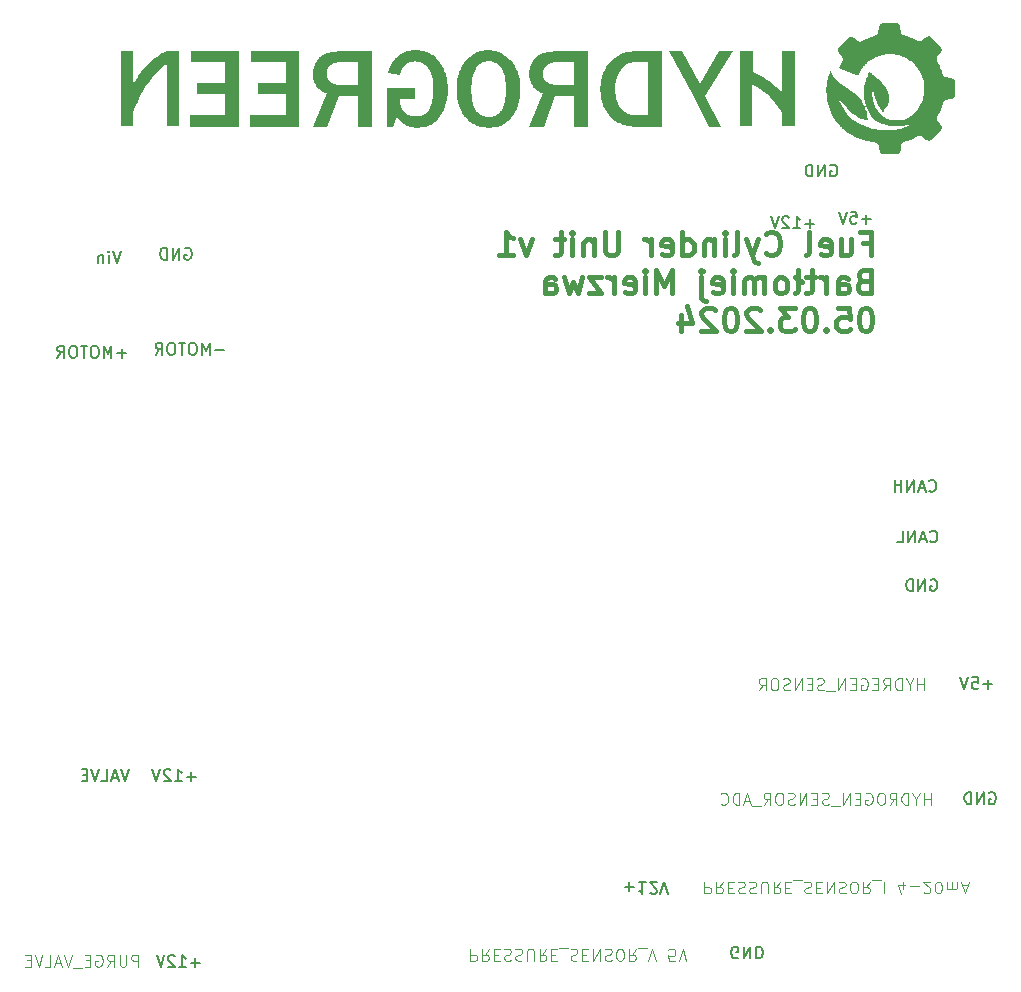
<source format=gbr>
%TF.GenerationSoftware,KiCad,Pcbnew,8.0.0*%
%TF.CreationDate,2024-03-30T13:43:14+01:00*%
%TF.ProjectId,schematic-main_HCU,73636865-6d61-4746-9963-2d6d61696e5f,rev?*%
%TF.SameCoordinates,Original*%
%TF.FileFunction,Legend,Bot*%
%TF.FilePolarity,Positive*%
%FSLAX46Y46*%
G04 Gerber Fmt 4.6, Leading zero omitted, Abs format (unit mm)*
G04 Created by KiCad (PCBNEW 8.0.0) date 2024-03-30 13:43:14*
%MOMM*%
%LPD*%
G01*
G04 APERTURE LIST*
%ADD10C,0.000000*%
%ADD11C,0.150000*%
%ADD12C,0.400000*%
%ADD13C,0.125000*%
G04 APERTURE END LIST*
D10*
G36*
X129521731Y-56462165D02*
G01*
X129537485Y-56463649D01*
X129552973Y-56466091D01*
X129568178Y-56469469D01*
X129583082Y-56473757D01*
X129597669Y-56478932D01*
X129611922Y-56484969D01*
X129625823Y-56491845D01*
X129639356Y-56499534D01*
X129652504Y-56508013D01*
X129665250Y-56517257D01*
X129677577Y-56527243D01*
X129689468Y-56537946D01*
X129700906Y-56549341D01*
X129711873Y-56561405D01*
X129722354Y-56574113D01*
X129732332Y-56587442D01*
X129741788Y-56601366D01*
X129750707Y-56615862D01*
X129759071Y-56630906D01*
X129766863Y-56646472D01*
X129774066Y-56662538D01*
X129780664Y-56679079D01*
X129786640Y-56696070D01*
X129791976Y-56713487D01*
X129796656Y-56731307D01*
X129800662Y-56749504D01*
X129803977Y-56768055D01*
X129806586Y-56786935D01*
X129808470Y-56806121D01*
X129809613Y-56825588D01*
X129809998Y-56845311D01*
X129862915Y-57189270D01*
X129868644Y-57213903D01*
X129875886Y-57238130D01*
X129884599Y-57261852D01*
X129894747Y-57284974D01*
X129906291Y-57307399D01*
X129919190Y-57329028D01*
X129933408Y-57349767D01*
X129948904Y-57369517D01*
X129965641Y-57388182D01*
X129983579Y-57405665D01*
X130002680Y-57421868D01*
X130022905Y-57436696D01*
X130044215Y-57450051D01*
X130066572Y-57461837D01*
X130089936Y-57471956D01*
X130101984Y-57476360D01*
X130114269Y-57480311D01*
X130262451Y-57521911D01*
X130409238Y-57567541D01*
X130554475Y-57617512D01*
X130698006Y-57672134D01*
X130839677Y-57731717D01*
X130979333Y-57796571D01*
X131116818Y-57867006D01*
X131184698Y-57904413D01*
X131251978Y-57943332D01*
X131274744Y-57954807D01*
X131298306Y-57964442D01*
X131322526Y-57972255D01*
X131347269Y-57978265D01*
X131372400Y-57982493D01*
X131397783Y-57984957D01*
X131423282Y-57985678D01*
X131448761Y-57984673D01*
X131474086Y-57981963D01*
X131499120Y-57977568D01*
X131523728Y-57971505D01*
X131547773Y-57963796D01*
X131571122Y-57954459D01*
X131593636Y-57943513D01*
X131615182Y-57930978D01*
X131635624Y-57916874D01*
X131913436Y-57705207D01*
X131927305Y-57690712D01*
X131941606Y-57676995D01*
X131956304Y-57664058D01*
X131971365Y-57651903D01*
X131986756Y-57640533D01*
X132002442Y-57629950D01*
X132018390Y-57620157D01*
X132034565Y-57611156D01*
X132050934Y-57602949D01*
X132067464Y-57595540D01*
X132084119Y-57588930D01*
X132100866Y-57583121D01*
X132117671Y-57578117D01*
X132134501Y-57573920D01*
X132151321Y-57570531D01*
X132168097Y-57567954D01*
X132184796Y-57566191D01*
X132201383Y-57565245D01*
X132217825Y-57565117D01*
X132234088Y-57565810D01*
X132250138Y-57567327D01*
X132265940Y-57569669D01*
X132281462Y-57572841D01*
X132296668Y-57576843D01*
X132311526Y-57581678D01*
X132326001Y-57587349D01*
X132340060Y-57593858D01*
X132353667Y-57601208D01*
X132366791Y-57609401D01*
X132379396Y-57618439D01*
X132391449Y-57628325D01*
X132402915Y-57639061D01*
X133236351Y-58525417D01*
X133247087Y-58536845D01*
X133256973Y-58548790D01*
X133266011Y-58561225D01*
X133274204Y-58574122D01*
X133281554Y-58587454D01*
X133288063Y-58601197D01*
X133293734Y-58615322D01*
X133298570Y-58629803D01*
X133302572Y-58644613D01*
X133305743Y-58659727D01*
X133308086Y-58675116D01*
X133309603Y-58690755D01*
X133310296Y-58706617D01*
X133310168Y-58722675D01*
X133309221Y-58738903D01*
X133307458Y-58755273D01*
X133304881Y-58771760D01*
X133301493Y-58788336D01*
X133297295Y-58804976D01*
X133292291Y-58821652D01*
X133286483Y-58838337D01*
X133279872Y-58855005D01*
X133272463Y-58871630D01*
X133264256Y-58888185D01*
X133255255Y-58904643D01*
X133245462Y-58920977D01*
X133234880Y-58937161D01*
X133223510Y-58953168D01*
X133211355Y-58968972D01*
X133198417Y-58984545D01*
X133184700Y-58999862D01*
X133170205Y-59014896D01*
X132958539Y-59292708D01*
X132944434Y-59313149D01*
X132931900Y-59334695D01*
X132920954Y-59357210D01*
X132911617Y-59380558D01*
X132903907Y-59404604D01*
X132897845Y-59429211D01*
X132893449Y-59454245D01*
X132890739Y-59479570D01*
X132889735Y-59505050D01*
X132890455Y-59530549D01*
X132892919Y-59555932D01*
X132897147Y-59581062D01*
X132903158Y-59605806D01*
X132910970Y-59630026D01*
X132920605Y-59653587D01*
X132932080Y-59676354D01*
X133008975Y-59811488D01*
X133080908Y-59948792D01*
X133147881Y-60087957D01*
X133209893Y-60228671D01*
X133266943Y-60370627D01*
X133319033Y-60513512D01*
X133366162Y-60657017D01*
X133408330Y-60800833D01*
X133412281Y-60813156D01*
X133416686Y-60825311D01*
X133426804Y-60849073D01*
X133438590Y-60872020D01*
X133451945Y-60894057D01*
X133466773Y-60915086D01*
X133482977Y-60935011D01*
X133500460Y-60953734D01*
X133519124Y-60971158D01*
X133538875Y-60987188D01*
X133559613Y-61001725D01*
X133581243Y-61014673D01*
X133603667Y-61025936D01*
X133615147Y-61030904D01*
X133626789Y-61035415D01*
X133638581Y-61039456D01*
X133650512Y-61043015D01*
X133662568Y-61046079D01*
X133674738Y-61048638D01*
X133687010Y-61050678D01*
X133699372Y-61052188D01*
X134043330Y-61105104D01*
X134063054Y-61105489D01*
X134082520Y-61106632D01*
X134120587Y-61111124D01*
X134157335Y-61118446D01*
X134192572Y-61128462D01*
X134226103Y-61141035D01*
X134257736Y-61156031D01*
X134287275Y-61173314D01*
X134301200Y-61182770D01*
X134314528Y-61192747D01*
X134327237Y-61203228D01*
X134339301Y-61214196D01*
X134350696Y-61225634D01*
X134361399Y-61237525D01*
X134371384Y-61249852D01*
X134380629Y-61262598D01*
X134389108Y-61275746D01*
X134396797Y-61289279D01*
X134403673Y-61303180D01*
X134409710Y-61317433D01*
X134414885Y-61332020D01*
X134419173Y-61346924D01*
X134422551Y-61362129D01*
X134424993Y-61377616D01*
X134426476Y-61393371D01*
X134426976Y-61409375D01*
X134426976Y-62600000D01*
X134426476Y-62616004D01*
X134424993Y-62631759D01*
X134422551Y-62647247D01*
X134419173Y-62662451D01*
X134414885Y-62677355D01*
X134409710Y-62691942D01*
X134403673Y-62706195D01*
X134396797Y-62720096D01*
X134389108Y-62733630D01*
X134380629Y-62746778D01*
X134371384Y-62759523D01*
X134361399Y-62771850D01*
X134350696Y-62783741D01*
X134339301Y-62795179D01*
X134327237Y-62806147D01*
X134314528Y-62816628D01*
X134301200Y-62826605D01*
X134287275Y-62836061D01*
X134272779Y-62844980D01*
X134257736Y-62853344D01*
X134242169Y-62861136D01*
X134226103Y-62868340D01*
X134209563Y-62874938D01*
X134192572Y-62880913D01*
X134175155Y-62886249D01*
X134157335Y-62890929D01*
X134139138Y-62894935D01*
X134120587Y-62898251D01*
X134101706Y-62900859D01*
X134082520Y-62902743D01*
X134063054Y-62903886D01*
X134043330Y-62904271D01*
X133699372Y-62957188D01*
X133674738Y-62962918D01*
X133650512Y-62970159D01*
X133626789Y-62978873D01*
X133603667Y-62989021D01*
X133581243Y-63000564D01*
X133559613Y-63013464D01*
X133538875Y-63027681D01*
X133519125Y-63043178D01*
X133500460Y-63059914D01*
X133482977Y-63077853D01*
X133466773Y-63096954D01*
X133451945Y-63117178D01*
X133438590Y-63138489D01*
X133426805Y-63160845D01*
X133416686Y-63184209D01*
X133412281Y-63196257D01*
X133408330Y-63208542D01*
X133387272Y-63292852D01*
X133363888Y-63377008D01*
X133338334Y-63460853D01*
X133310765Y-63544233D01*
X133281335Y-63626992D01*
X133250200Y-63708977D01*
X133217515Y-63790031D01*
X133183434Y-63870000D01*
X133158009Y-63929506D01*
X133131344Y-63988856D01*
X133103439Y-64047896D01*
X133074294Y-64106472D01*
X133043908Y-64164427D01*
X133012282Y-64221607D01*
X132979416Y-64277857D01*
X132945309Y-64333022D01*
X132933834Y-64355788D01*
X132924200Y-64379350D01*
X132916387Y-64403570D01*
X132910376Y-64428313D01*
X132906148Y-64453444D01*
X132903684Y-64478827D01*
X132902964Y-64504326D01*
X132903968Y-64529805D01*
X132906678Y-64555130D01*
X132911074Y-64580164D01*
X132917136Y-64604772D01*
X132924845Y-64628818D01*
X132934183Y-64652166D01*
X132945128Y-64674680D01*
X132957663Y-64696226D01*
X132971768Y-64716668D01*
X133183434Y-64994480D01*
X133204828Y-65017250D01*
X133224362Y-65040834D01*
X133242035Y-65065115D01*
X133257848Y-65089978D01*
X133271801Y-65115306D01*
X133283893Y-65140982D01*
X133294125Y-65166892D01*
X133302497Y-65192917D01*
X133309008Y-65218943D01*
X133313659Y-65244852D01*
X133316449Y-65270529D01*
X133317380Y-65295857D01*
X133316449Y-65320720D01*
X133313659Y-65345001D01*
X133309008Y-65368585D01*
X133302497Y-65391355D01*
X133280999Y-65437657D01*
X133277818Y-65443851D01*
X133274462Y-65450007D01*
X133270913Y-65456086D01*
X133267150Y-65462048D01*
X133263155Y-65467855D01*
X133258908Y-65473468D01*
X133254389Y-65478849D01*
X133249580Y-65483959D01*
X132416143Y-66330625D01*
X132405992Y-66340199D01*
X132395398Y-66349077D01*
X132384382Y-66357263D01*
X132372967Y-66364758D01*
X132361174Y-66371565D01*
X132349025Y-66377686D01*
X132336541Y-66383125D01*
X132323745Y-66387883D01*
X132310658Y-66391963D01*
X132297303Y-66395366D01*
X132283700Y-66398097D01*
X132269872Y-66400156D01*
X132255841Y-66401547D01*
X132241628Y-66402272D01*
X132227255Y-66402332D01*
X132212744Y-66401732D01*
X132198117Y-66400473D01*
X132183395Y-66398557D01*
X132168601Y-66395988D01*
X132153755Y-66392766D01*
X132138881Y-66388896D01*
X132124000Y-66384378D01*
X132109132Y-66379217D01*
X132094302Y-66373413D01*
X132079529Y-66366970D01*
X132064836Y-66359890D01*
X132050246Y-66352176D01*
X132035778Y-66343829D01*
X132021456Y-66334852D01*
X132007301Y-66325248D01*
X131993335Y-66315019D01*
X131979580Y-66304167D01*
X131939893Y-66264479D01*
X131662080Y-66052813D01*
X131639459Y-66038709D01*
X131616295Y-66026174D01*
X131592666Y-66015228D01*
X131568649Y-66005891D01*
X131544323Y-65998182D01*
X131519763Y-65992119D01*
X131495049Y-65987724D01*
X131470257Y-65985014D01*
X131445466Y-65984009D01*
X131420751Y-65984730D01*
X131396192Y-65987194D01*
X131371866Y-65991422D01*
X131347849Y-65997433D01*
X131324220Y-66005246D01*
X131301056Y-66014880D01*
X131278434Y-66026355D01*
X131143275Y-66103250D01*
X131005790Y-66175183D01*
X130866134Y-66242156D01*
X130724463Y-66304168D01*
X130580932Y-66361218D01*
X130435695Y-66413308D01*
X130288908Y-66460437D01*
X130140726Y-66502605D01*
X130138097Y-66502757D01*
X130135197Y-66503199D01*
X130132064Y-66503913D01*
X130128738Y-66504879D01*
X130125256Y-66506077D01*
X130121658Y-66507488D01*
X130117982Y-66509093D01*
X130114268Y-66510873D01*
X130110554Y-66512808D01*
X130106878Y-66514878D01*
X130103280Y-66517064D01*
X130099799Y-66519348D01*
X130096472Y-66521709D01*
X130093339Y-66524128D01*
X130090438Y-66526586D01*
X130087809Y-66529063D01*
X130068285Y-66539447D01*
X130049440Y-66550741D01*
X130031330Y-66562927D01*
X130014015Y-66575985D01*
X129997553Y-66589896D01*
X129982002Y-66604639D01*
X129967419Y-66620197D01*
X129953864Y-66636550D01*
X129941394Y-66653677D01*
X129930067Y-66671560D01*
X129919942Y-66690180D01*
X129911076Y-66709517D01*
X129907134Y-66719448D01*
X129903528Y-66729551D01*
X129900266Y-66739824D01*
X129897356Y-66750264D01*
X129894804Y-66760868D01*
X129892618Y-66771635D01*
X129890805Y-66782562D01*
X129889372Y-66793646D01*
X129849684Y-67137604D01*
X129849300Y-67157328D01*
X129848157Y-67176798D01*
X129843664Y-67214886D01*
X129836342Y-67251696D01*
X129826327Y-67287052D01*
X129813753Y-67320781D01*
X129798757Y-67352707D01*
X129781475Y-67382657D01*
X129762041Y-67410456D01*
X129740592Y-67435929D01*
X129729155Y-67447739D01*
X129717264Y-67458902D01*
X129704937Y-67469397D01*
X129692191Y-67479202D01*
X129679043Y-67488294D01*
X129665510Y-67496652D01*
X129651608Y-67504254D01*
X129637356Y-67511079D01*
X129622769Y-67517105D01*
X129607865Y-67522309D01*
X129592660Y-67526671D01*
X129577172Y-67530167D01*
X129561418Y-67532777D01*
X129545414Y-67534479D01*
X128354789Y-67534479D01*
X128338785Y-67533979D01*
X128323030Y-67532496D01*
X128307542Y-67530053D01*
X128292338Y-67526676D01*
X128277433Y-67522387D01*
X128262847Y-67517212D01*
X128248594Y-67511175D01*
X128234693Y-67504300D01*
X128221159Y-67496611D01*
X128208011Y-67488132D01*
X128195265Y-67478887D01*
X128182939Y-67468901D01*
X128171048Y-67458199D01*
X128159610Y-67446803D01*
X128148642Y-67434739D01*
X128138161Y-67422031D01*
X128128184Y-67408702D01*
X128118727Y-67394778D01*
X128109809Y-67380282D01*
X128101445Y-67365239D01*
X128093653Y-67349672D01*
X128086449Y-67333606D01*
X128079851Y-67317066D01*
X128073876Y-67300075D01*
X128068540Y-67282657D01*
X128063860Y-67264838D01*
X128059854Y-67246640D01*
X128056538Y-67228089D01*
X128053930Y-67209209D01*
X128052045Y-67190023D01*
X128050903Y-67170556D01*
X128050518Y-67150833D01*
X127984372Y-66820104D01*
X127981623Y-66807819D01*
X127978345Y-66795768D01*
X127974554Y-66783955D01*
X127970264Y-66772381D01*
X127965490Y-66761050D01*
X127960246Y-66749963D01*
X127954546Y-66739124D01*
X127948405Y-66728534D01*
X127941838Y-66718196D01*
X127934860Y-66708112D01*
X127927484Y-66698285D01*
X127919725Y-66688717D01*
X127903118Y-66670369D01*
X127885154Y-66653086D01*
X127865949Y-66636889D01*
X127845621Y-66621796D01*
X127824285Y-66607827D01*
X127802058Y-66595002D01*
X127779055Y-66583339D01*
X127755394Y-66572858D01*
X127731190Y-66563579D01*
X127706560Y-66555521D01*
X127632520Y-66536827D01*
X127558868Y-66520070D01*
X127410557Y-66490201D01*
X127094711Y-66429843D01*
X126918494Y-66390672D01*
X126823913Y-66366940D01*
X126724294Y-66339720D01*
X126619094Y-66308468D01*
X126507770Y-66272644D01*
X126389780Y-66231703D01*
X126264580Y-66185104D01*
X126203260Y-66162411D01*
X126142986Y-66138750D01*
X126083254Y-66113771D01*
X126023561Y-66087125D01*
X125963404Y-66058464D01*
X125902277Y-66027439D01*
X125839677Y-65993701D01*
X125775101Y-65956900D01*
X125708045Y-65916690D01*
X125638004Y-65872720D01*
X125564475Y-65824641D01*
X125486954Y-65772106D01*
X125404937Y-65714764D01*
X125317920Y-65652268D01*
X125126873Y-65510417D01*
X125078106Y-65472961D01*
X125026336Y-65430292D01*
X124971969Y-65382779D01*
X124915412Y-65330789D01*
X124857073Y-65274691D01*
X124797357Y-65214853D01*
X124736673Y-65151643D01*
X124675427Y-65085430D01*
X124614026Y-65016581D01*
X124552876Y-64945464D01*
X124492386Y-64872449D01*
X124432961Y-64797902D01*
X124375009Y-64722193D01*
X124318937Y-64645689D01*
X124265151Y-64568759D01*
X124214060Y-64491771D01*
X124155068Y-64400046D01*
X124101792Y-64312971D01*
X124053749Y-64229926D01*
X124010454Y-64150293D01*
X123971422Y-64073450D01*
X123936169Y-63998778D01*
X123904211Y-63925655D01*
X123875062Y-63853463D01*
X123848239Y-63781582D01*
X123823256Y-63709390D01*
X123776877Y-63561595D01*
X123684893Y-63235000D01*
X123664558Y-63139089D01*
X123643758Y-63015892D01*
X123623269Y-62874092D01*
X123603864Y-62722370D01*
X123586320Y-62569408D01*
X123571411Y-62423887D01*
X123559914Y-62294489D01*
X123552602Y-62189896D01*
X123558208Y-62013524D01*
X123575132Y-61793434D01*
X123603529Y-61546679D01*
X123643552Y-61290313D01*
X123667972Y-61163854D01*
X123695358Y-61041387D01*
X123725727Y-60925044D01*
X123759101Y-60816957D01*
X123795497Y-60719256D01*
X123834936Y-60634074D01*
X123877436Y-60563542D01*
X123899841Y-60534436D01*
X123923018Y-60509792D01*
X123937005Y-60536954D01*
X123949493Y-60564001D01*
X123971723Y-60618519D01*
X123993217Y-60674898D01*
X124017483Y-60734688D01*
X124031751Y-60766346D01*
X124048027Y-60799438D01*
X124066749Y-60834158D01*
X124088357Y-60870700D01*
X124113288Y-60909257D01*
X124141981Y-60950023D01*
X124174874Y-60993192D01*
X124212406Y-61038958D01*
X124255015Y-61087515D01*
X124303140Y-61139056D01*
X124357219Y-61193774D01*
X124417691Y-61251865D01*
X124484993Y-61313522D01*
X124559565Y-61378938D01*
X124641845Y-61448307D01*
X124732271Y-61521823D01*
X124831282Y-61599680D01*
X124939316Y-61682071D01*
X125056811Y-61769191D01*
X125184207Y-61861234D01*
X125321941Y-61958392D01*
X125470452Y-62060860D01*
X125630179Y-62168831D01*
X125801559Y-62282500D01*
X125802799Y-62282538D01*
X125804036Y-62282648D01*
X125805269Y-62282827D01*
X125806494Y-62283068D01*
X125807710Y-62283368D01*
X125808913Y-62283721D01*
X125811274Y-62284567D01*
X125813558Y-62285568D01*
X125815745Y-62286685D01*
X125817815Y-62287880D01*
X125819750Y-62289114D01*
X125821529Y-62290348D01*
X125823134Y-62291543D01*
X125825744Y-62293661D01*
X125828018Y-62295728D01*
X125885763Y-62330817D01*
X125942400Y-62369012D01*
X125997909Y-62410162D01*
X126052267Y-62454117D01*
X126105453Y-62500726D01*
X126157445Y-62549841D01*
X126257759Y-62654983D01*
X126353034Y-62768342D01*
X126443096Y-62888715D01*
X126527771Y-63014903D01*
X126606884Y-63145702D01*
X126680262Y-63279913D01*
X126747728Y-63416332D01*
X126809110Y-63553759D01*
X126864233Y-63690992D01*
X126912922Y-63826830D01*
X126955003Y-63960071D01*
X126990301Y-64089514D01*
X127018642Y-64213957D01*
X127071560Y-64650521D01*
X126978519Y-64648173D01*
X126885495Y-64638871D01*
X126792583Y-64622946D01*
X126699877Y-64600730D01*
X126607471Y-64572556D01*
X126515460Y-64538754D01*
X126423938Y-64499657D01*
X126333000Y-64455597D01*
X126242740Y-64406905D01*
X126153253Y-64353914D01*
X125976975Y-64236360D01*
X125804922Y-64105590D01*
X125637849Y-63964258D01*
X125476511Y-63815020D01*
X125321666Y-63660530D01*
X125174069Y-63503443D01*
X125034474Y-63346415D01*
X124782319Y-63043152D01*
X124571247Y-62771980D01*
X124661511Y-63030403D01*
X124765641Y-63274966D01*
X124882928Y-63505838D01*
X125012667Y-63723188D01*
X125154149Y-63927186D01*
X125306667Y-64118002D01*
X125469514Y-64295805D01*
X125641982Y-64460765D01*
X125823365Y-64613052D01*
X126012954Y-64752834D01*
X126210043Y-64880282D01*
X126413925Y-64995565D01*
X126623891Y-65098852D01*
X126839235Y-65190314D01*
X127059249Y-65270119D01*
X127283226Y-65338438D01*
X127510458Y-65395439D01*
X127740239Y-65441293D01*
X127971861Y-65476169D01*
X128204616Y-65500237D01*
X128437798Y-65513665D01*
X128670699Y-65516624D01*
X128902612Y-65509284D01*
X129132828Y-65491813D01*
X129360642Y-65464382D01*
X129585346Y-65427160D01*
X129806232Y-65380316D01*
X130022593Y-65324020D01*
X130233722Y-65258442D01*
X130438911Y-65183751D01*
X130637454Y-65100117D01*
X130828642Y-65007709D01*
X130400348Y-65082123D01*
X130231469Y-65110028D01*
X130161060Y-65120028D01*
X130101038Y-65126772D01*
X129919783Y-65144600D01*
X129742404Y-65157777D01*
X129567815Y-65165374D01*
X129394931Y-65166459D01*
X129308790Y-65164269D01*
X129222668Y-65160103D01*
X129136429Y-65153843D01*
X129049939Y-65145375D01*
X128963062Y-65134581D01*
X128875661Y-65121345D01*
X128787601Y-65105551D01*
X128698746Y-65087083D01*
X128577152Y-65056595D01*
X128460208Y-65024245D01*
X128347605Y-64989415D01*
X128239033Y-64951484D01*
X128186161Y-64931163D01*
X128134181Y-64909833D01*
X128083054Y-64887418D01*
X128032741Y-64863841D01*
X127983202Y-64839023D01*
X127934400Y-64812888D01*
X127886296Y-64785357D01*
X127838851Y-64756354D01*
X127761284Y-64707106D01*
X127687280Y-64653825D01*
X127616760Y-64596818D01*
X127549643Y-64536393D01*
X127485850Y-64472858D01*
X127425300Y-64406521D01*
X127367914Y-64337688D01*
X127313611Y-64266668D01*
X127213937Y-64119297D01*
X127125638Y-63966868D01*
X127048075Y-63811842D01*
X126980608Y-63656680D01*
X126922598Y-63503844D01*
X126873405Y-63355794D01*
X126832390Y-63214992D01*
X126798914Y-63083899D01*
X126752017Y-62860682D01*
X126727600Y-62705834D01*
X126727451Y-62698396D01*
X126727031Y-62690977D01*
X126726379Y-62683597D01*
X126725533Y-62676275D01*
X126723414Y-62661883D01*
X126720986Y-62647956D01*
X126718557Y-62634649D01*
X126716438Y-62622118D01*
X126715592Y-62616191D01*
X126714940Y-62610516D01*
X126714520Y-62605113D01*
X126714371Y-62600000D01*
X126714371Y-62586771D01*
X126710625Y-62521710D01*
X126709204Y-62455719D01*
X126709953Y-62389108D01*
X126712718Y-62322188D01*
X126717343Y-62255267D01*
X126723673Y-62188656D01*
X126731553Y-62122665D01*
X126740829Y-62057604D01*
X126760673Y-61920352D01*
X126770595Y-61854826D01*
X126780517Y-61793021D01*
X126813280Y-61640420D01*
X126851624Y-61489990D01*
X126894929Y-61341421D01*
X126942574Y-61194401D01*
X126993941Y-61048622D01*
X127048408Y-60903773D01*
X127105355Y-60759544D01*
X127164163Y-60615625D01*
X127165366Y-60614346D01*
X127166495Y-60612993D01*
X127167557Y-60611566D01*
X127168556Y-60610070D01*
X127170384Y-60606876D01*
X127172018Y-60603429D01*
X127173497Y-60599751D01*
X127174860Y-60595859D01*
X127176145Y-60591773D01*
X127177392Y-60587513D01*
X127179924Y-60578547D01*
X127181287Y-60573880D01*
X127182766Y-60569116D01*
X127184400Y-60564275D01*
X127186229Y-60559375D01*
X127188289Y-60554437D01*
X127190621Y-60549479D01*
X127249945Y-60589373D01*
X127279220Y-60609708D01*
X127308029Y-60630508D01*
X127336219Y-60651928D01*
X127363633Y-60674123D01*
X127377001Y-60685559D01*
X127390118Y-60697248D01*
X127402962Y-60709208D01*
X127415517Y-60721458D01*
X127524580Y-60811401D01*
X127633178Y-60902739D01*
X127740846Y-60995627D01*
X127847118Y-61090221D01*
X127951531Y-61186675D01*
X128053617Y-61285145D01*
X128152914Y-61385785D01*
X128248954Y-61488750D01*
X128323188Y-61573758D01*
X128396336Y-61660316D01*
X128467313Y-61748734D01*
X128501649Y-61793738D01*
X128535035Y-61839323D01*
X128567336Y-61885528D01*
X128598416Y-61932392D01*
X128628140Y-61979953D01*
X128656371Y-62028251D01*
X128682975Y-62077325D01*
X128707815Y-62127212D01*
X128730756Y-62177951D01*
X128751663Y-62229582D01*
X128751689Y-62230151D01*
X128751750Y-62230803D01*
X128751870Y-62231650D01*
X128752067Y-62232651D01*
X128752361Y-62233768D01*
X128752771Y-62234963D01*
X128753026Y-62235578D01*
X128753317Y-62236197D01*
X128753646Y-62236816D01*
X128754017Y-62237431D01*
X128754432Y-62238036D01*
X128754893Y-62238626D01*
X128755402Y-62239197D01*
X128755962Y-62239743D01*
X128756575Y-62240261D01*
X128757244Y-62240745D01*
X128757971Y-62241190D01*
X128758759Y-62241591D01*
X128759610Y-62241944D01*
X128760526Y-62242243D01*
X128761509Y-62242485D01*
X128762564Y-62242663D01*
X128763690Y-62242774D01*
X128764892Y-62242812D01*
X128794803Y-62326990D01*
X128820005Y-62410838D01*
X128840440Y-62494337D01*
X128856049Y-62577468D01*
X128866775Y-62660212D01*
X128872560Y-62742549D01*
X128873345Y-62824459D01*
X128869072Y-62905924D01*
X128859683Y-62986923D01*
X128845119Y-63067438D01*
X128825324Y-63147449D01*
X128800238Y-63226938D01*
X128769804Y-63305883D01*
X128733963Y-63384266D01*
X128692658Y-63462069D01*
X128645829Y-63539270D01*
X128632601Y-63565729D01*
X128460621Y-63777395D01*
X128459458Y-63779018D01*
X128458447Y-63781390D01*
X128456874Y-63788273D01*
X128455883Y-63797830D01*
X128455453Y-63809848D01*
X128455566Y-63824114D01*
X128456203Y-63840414D01*
X128457343Y-63858537D01*
X128458967Y-63878267D01*
X128461057Y-63899393D01*
X128463592Y-63921701D01*
X128469922Y-63969011D01*
X128477803Y-64018491D01*
X128482276Y-64043512D01*
X128487078Y-64068436D01*
X128376953Y-63965881D01*
X128274559Y-63856950D01*
X128179568Y-63742090D01*
X128091651Y-63621745D01*
X128010477Y-63496362D01*
X127935717Y-63366386D01*
X127867042Y-63232263D01*
X127804123Y-63094439D01*
X127746630Y-62953359D01*
X127694233Y-62809469D01*
X127646604Y-62663215D01*
X127603412Y-62515042D01*
X127564328Y-62365397D01*
X127529024Y-62214725D01*
X127497168Y-62063471D01*
X127468433Y-61912081D01*
X127465956Y-61916894D01*
X127463498Y-61921435D01*
X127458718Y-61929858D01*
X127454248Y-61937661D01*
X127452178Y-61941427D01*
X127450244Y-61945154D01*
X127448464Y-61948882D01*
X127446859Y-61952648D01*
X127445447Y-61956491D01*
X127444249Y-61960451D01*
X127443283Y-61964565D01*
X127442570Y-61968874D01*
X127442127Y-61973415D01*
X127441975Y-61978227D01*
X127432202Y-62106146D01*
X127427661Y-62232010D01*
X127428313Y-62355937D01*
X127434120Y-62478042D01*
X127445043Y-62598441D01*
X127461044Y-62717252D01*
X127482083Y-62834590D01*
X127508121Y-62950571D01*
X127539120Y-63065312D01*
X127575042Y-63178929D01*
X127615847Y-63291538D01*
X127661497Y-63403256D01*
X127711952Y-63514199D01*
X127767175Y-63624483D01*
X127827126Y-63734225D01*
X127891767Y-63843540D01*
X127918804Y-63883944D01*
X127949929Y-63925550D01*
X127984581Y-63968009D01*
X128022199Y-64010971D01*
X128062219Y-64054089D01*
X128104080Y-64097012D01*
X128147220Y-64139393D01*
X128191077Y-64180883D01*
X128278694Y-64259793D01*
X128362436Y-64330951D01*
X128437806Y-64391568D01*
X128500309Y-64438852D01*
X128563535Y-64474522D01*
X128633427Y-64507168D01*
X128708901Y-64536869D01*
X128788870Y-64563702D01*
X128872250Y-64587745D01*
X128957955Y-64609074D01*
X129044901Y-64627768D01*
X129132001Y-64643904D01*
X129218172Y-64657560D01*
X129302327Y-64668812D01*
X129460250Y-64684419D01*
X129597089Y-64691343D01*
X129654889Y-64691744D01*
X129704162Y-64690206D01*
X129779784Y-64682590D01*
X129848391Y-64674548D01*
X129910720Y-64665964D01*
X129967506Y-64656720D01*
X130019486Y-64646701D01*
X130067396Y-64635791D01*
X130111974Y-64623873D01*
X130153954Y-64610832D01*
X130194075Y-64596549D01*
X130233071Y-64580911D01*
X130271680Y-64563800D01*
X130310637Y-64545099D01*
X130392545Y-64502466D01*
X130484684Y-64452081D01*
X130523764Y-64429595D01*
X130561681Y-64406761D01*
X130598514Y-64383539D01*
X130634338Y-64359890D01*
X130669233Y-64335777D01*
X130703275Y-64311159D01*
X130736541Y-64285999D01*
X130769110Y-64260258D01*
X130801059Y-64233897D01*
X130832466Y-64206876D01*
X130863407Y-64179159D01*
X130893961Y-64150704D01*
X130924204Y-64121475D01*
X130954215Y-64091432D01*
X131013850Y-64028748D01*
X131060359Y-63978829D01*
X131105627Y-63928289D01*
X131149656Y-63877129D01*
X131192444Y-63825350D01*
X131233992Y-63772950D01*
X131274299Y-63719930D01*
X131313367Y-63666290D01*
X131351194Y-63612029D01*
X131387781Y-63557149D01*
X131423128Y-63501648D01*
X131457234Y-63445528D01*
X131490100Y-63388787D01*
X131521726Y-63331426D01*
X131552112Y-63273445D01*
X131581257Y-63214844D01*
X131609163Y-63155623D01*
X131694584Y-62942022D01*
X131762332Y-62723634D01*
X131812406Y-62501565D01*
X131844807Y-62276917D01*
X131859535Y-62050798D01*
X131856589Y-61824309D01*
X131835970Y-61598558D01*
X131797678Y-61374647D01*
X131741713Y-61153682D01*
X131668074Y-60936767D01*
X131576761Y-60725006D01*
X131467776Y-60519505D01*
X131341117Y-60321368D01*
X131196785Y-60131700D01*
X131034779Y-59951604D01*
X130947149Y-59865491D01*
X130855100Y-59782186D01*
X130751806Y-59695679D01*
X130645458Y-59614751D01*
X130536257Y-59539399D01*
X130424403Y-59469621D01*
X130310097Y-59405415D01*
X130193541Y-59346777D01*
X130074936Y-59293705D01*
X129954483Y-59246198D01*
X129832382Y-59204253D01*
X129708836Y-59167867D01*
X129584044Y-59137037D01*
X129458208Y-59111762D01*
X129331530Y-59092039D01*
X129204209Y-59077866D01*
X129076447Y-59069239D01*
X128948446Y-59066158D01*
X128820406Y-59068618D01*
X128692528Y-59076619D01*
X128565014Y-59090157D01*
X128438064Y-59109230D01*
X128311879Y-59133836D01*
X128186661Y-59163971D01*
X128062611Y-59199635D01*
X127939929Y-59240824D01*
X127818817Y-59287536D01*
X127699476Y-59339768D01*
X127582106Y-59397519D01*
X127466909Y-59460785D01*
X127354086Y-59529564D01*
X127243838Y-59603854D01*
X127136366Y-59683653D01*
X127031872Y-59768957D01*
X126968465Y-59824144D01*
X126907228Y-59880553D01*
X126848162Y-59938162D01*
X126791266Y-59996954D01*
X126736541Y-60056908D01*
X126683986Y-60118006D01*
X126633601Y-60180227D01*
X126585387Y-60243554D01*
X126539343Y-60307965D01*
X126495470Y-60373442D01*
X126453767Y-60439966D01*
X126414235Y-60507517D01*
X126376872Y-60576075D01*
X126341681Y-60645622D01*
X126308660Y-60716138D01*
X126277809Y-60787603D01*
X126273935Y-60794927D01*
X126269764Y-60802011D01*
X126265306Y-60808848D01*
X126260575Y-60815431D01*
X126255582Y-60821752D01*
X126250340Y-60827804D01*
X126244860Y-60833580D01*
X126239155Y-60839073D01*
X126233237Y-60844275D01*
X126227118Y-60849179D01*
X126220810Y-60853778D01*
X126214325Y-60858064D01*
X126207675Y-60862030D01*
X126200873Y-60865670D01*
X126193930Y-60868975D01*
X126186859Y-60871939D01*
X126179671Y-60874554D01*
X126172380Y-60876813D01*
X126164996Y-60878708D01*
X126157533Y-60880233D01*
X126150001Y-60881380D01*
X126142414Y-60882142D01*
X126134783Y-60882511D01*
X126127121Y-60882481D01*
X126119439Y-60882044D01*
X126111751Y-60881192D01*
X126104066Y-60879919D01*
X126096399Y-60878218D01*
X126088761Y-60876080D01*
X126081164Y-60873499D01*
X126073621Y-60870467D01*
X126066143Y-60866978D01*
X124756455Y-60324582D01*
X124749131Y-60320709D01*
X124742047Y-60316537D01*
X124735210Y-60312079D01*
X124728628Y-60307348D01*
X124722307Y-60302355D01*
X124716254Y-60297113D01*
X124710478Y-60291633D01*
X124704986Y-60285928D01*
X124699784Y-60280010D01*
X124694880Y-60273891D01*
X124690281Y-60267583D01*
X124685995Y-60261098D01*
X124682028Y-60254448D01*
X124678389Y-60247646D01*
X124675083Y-60240703D01*
X124672120Y-60233632D01*
X124669505Y-60226444D01*
X124667246Y-60219153D01*
X124665350Y-60211769D01*
X124663826Y-60204305D01*
X124662679Y-60196774D01*
X124661917Y-60189187D01*
X124661547Y-60181556D01*
X124661578Y-60173894D01*
X124662015Y-60166212D01*
X124662866Y-60158523D01*
X124664139Y-60150839D01*
X124665841Y-60143172D01*
X124667979Y-60135534D01*
X124670560Y-60127937D01*
X124673591Y-60120394D01*
X124677081Y-60112916D01*
X124728964Y-60001708D01*
X124784568Y-59888020D01*
X124842652Y-59774332D01*
X124901976Y-59663124D01*
X124913452Y-59640357D01*
X124923086Y-59616796D01*
X124930899Y-59592576D01*
X124936909Y-59567832D01*
X124941137Y-59542702D01*
X124943601Y-59517319D01*
X124944321Y-59491820D01*
X124943317Y-59466340D01*
X124940607Y-59441015D01*
X124936212Y-59415981D01*
X124930149Y-59391374D01*
X124922440Y-59367328D01*
X124913103Y-59343980D01*
X124902157Y-59321465D01*
X124889622Y-59299919D01*
X124875518Y-59279478D01*
X124663851Y-59001666D01*
X124649357Y-58987796D01*
X124635639Y-58973496D01*
X124622702Y-58958798D01*
X124610547Y-58943736D01*
X124599177Y-58928346D01*
X124588595Y-58912660D01*
X124578802Y-58896712D01*
X124569801Y-58880536D01*
X124561594Y-58864167D01*
X124554185Y-58847638D01*
X124547574Y-58830983D01*
X124541766Y-58814235D01*
X124536762Y-58797430D01*
X124532564Y-58780600D01*
X124529176Y-58763781D01*
X124526599Y-58747004D01*
X124524836Y-58730306D01*
X124523889Y-58713718D01*
X124523761Y-58697276D01*
X124524454Y-58681013D01*
X124525971Y-58664964D01*
X124528314Y-58649161D01*
X124531485Y-58633640D01*
X124535487Y-58618433D01*
X124540323Y-58603575D01*
X124545994Y-58589100D01*
X124552503Y-58575042D01*
X124559853Y-58561434D01*
X124568045Y-58548311D01*
X124577083Y-58535705D01*
X124586969Y-58523653D01*
X124597706Y-58512186D01*
X125431143Y-57665519D01*
X125442572Y-57654783D01*
X125454517Y-57644897D01*
X125466952Y-57635859D01*
X125479849Y-57627666D01*
X125493181Y-57620317D01*
X125506924Y-57613807D01*
X125521049Y-57608136D01*
X125535530Y-57603301D01*
X125550340Y-57599299D01*
X125565454Y-57596128D01*
X125580843Y-57593785D01*
X125596482Y-57592268D01*
X125612344Y-57591575D01*
X125628402Y-57591703D01*
X125644630Y-57592650D01*
X125661000Y-57594413D01*
X125677487Y-57596990D01*
X125694064Y-57600378D01*
X125710703Y-57604576D01*
X125727379Y-57609580D01*
X125744064Y-57615388D01*
X125760733Y-57621998D01*
X125777357Y-57629408D01*
X125793912Y-57637614D01*
X125810370Y-57646615D01*
X125826704Y-57656408D01*
X125842888Y-57666991D01*
X125858895Y-57678361D01*
X125874699Y-57690516D01*
X125890272Y-57703453D01*
X125905589Y-57717170D01*
X125920623Y-57731665D01*
X126198435Y-57943332D01*
X126221056Y-57957436D01*
X126244220Y-57969971D01*
X126267849Y-57980917D01*
X126291866Y-57990254D01*
X126316192Y-57997963D01*
X126340751Y-58004026D01*
X126365466Y-58008421D01*
X126390258Y-58011131D01*
X126415049Y-58012136D01*
X126439764Y-58011415D01*
X126464323Y-58008951D01*
X126488650Y-58004723D01*
X126512666Y-57998713D01*
X126536295Y-57990900D01*
X126559459Y-57981266D01*
X126582081Y-57969790D01*
X126717214Y-57892896D01*
X126854519Y-57820962D01*
X126993683Y-57753990D01*
X127134398Y-57691978D01*
X127276353Y-57634927D01*
X127419239Y-57582837D01*
X127562744Y-57535708D01*
X127706560Y-57493540D01*
X127731038Y-57485330D01*
X127754800Y-57475609D01*
X127777747Y-57464414D01*
X127799784Y-57451786D01*
X127820813Y-57437762D01*
X127840738Y-57422382D01*
X127859461Y-57405684D01*
X127876885Y-57387707D01*
X127892915Y-57368490D01*
X127900376Y-57358429D01*
X127907452Y-57348071D01*
X127914131Y-57337424D01*
X127920400Y-57326490D01*
X127926248Y-57315275D01*
X127931662Y-57303785D01*
X127936631Y-57292023D01*
X127941142Y-57279994D01*
X127945183Y-57267704D01*
X127948741Y-57255157D01*
X127951806Y-57242358D01*
X127954365Y-57229312D01*
X127956405Y-57216024D01*
X127957914Y-57202499D01*
X128010831Y-56858540D01*
X128011215Y-56838817D01*
X128012358Y-56819347D01*
X128016851Y-56781258D01*
X128024173Y-56744449D01*
X128034188Y-56709092D01*
X128046762Y-56675364D01*
X128061758Y-56643437D01*
X128079040Y-56613488D01*
X128098474Y-56585689D01*
X128119923Y-56560216D01*
X128131361Y-56548406D01*
X128143252Y-56537242D01*
X128155579Y-56526747D01*
X128168325Y-56516943D01*
X128181473Y-56507851D01*
X128195006Y-56499493D01*
X128208907Y-56491890D01*
X128223160Y-56485065D01*
X128237747Y-56479040D01*
X128252651Y-56473835D01*
X128267856Y-56469474D01*
X128283344Y-56465977D01*
X128299098Y-56463367D01*
X128315102Y-56461666D01*
X129505727Y-56461666D01*
X129521731Y-56462165D01*
G37*
G36*
X117308436Y-60536249D02*
G01*
X117499584Y-60629267D01*
X117686061Y-60724765D01*
X117867849Y-60822743D01*
X118044928Y-60923202D01*
X118217279Y-61026142D01*
X118384881Y-61131562D01*
X118547717Y-61239462D01*
X118705766Y-61349843D01*
X118859010Y-61462704D01*
X119007428Y-61578046D01*
X119151001Y-61695869D01*
X119289710Y-61816171D01*
X119423536Y-61938955D01*
X119552459Y-62064218D01*
X119676460Y-62191962D01*
X119795520Y-62322187D01*
X119795520Y-58803229D01*
X120880311Y-58803229D01*
X120880311Y-65192916D01*
X119782288Y-65192916D01*
X119782288Y-64068436D01*
X119691280Y-63884565D01*
X119591861Y-63704996D01*
X119483993Y-63529690D01*
X119367637Y-63358609D01*
X119242754Y-63191713D01*
X119109307Y-63028965D01*
X118967255Y-62870325D01*
X118816560Y-62715754D01*
X118657183Y-62565214D01*
X118489086Y-62418666D01*
X118312230Y-62276071D01*
X118126576Y-62137391D01*
X117932085Y-62002587D01*
X117728719Y-61871619D01*
X117516438Y-61744450D01*
X117295205Y-61621040D01*
X117295205Y-65192916D01*
X116210414Y-65192916D01*
X116210414Y-58803229D01*
X117308436Y-58803229D01*
X117308436Y-60536249D01*
G37*
G36*
X85068965Y-65206145D02*
G01*
X83918025Y-65206145D01*
X83918025Y-62600000D01*
X82304064Y-62600000D01*
X81311877Y-65206145D01*
X80094794Y-65206145D01*
X81232508Y-62388334D01*
X81093137Y-62328334D01*
X80962757Y-62262424D01*
X80841369Y-62190584D01*
X80728973Y-62112795D01*
X80625569Y-62029037D01*
X80531156Y-61939291D01*
X80445735Y-61843538D01*
X80369306Y-61741758D01*
X80301868Y-61633932D01*
X80243422Y-61520040D01*
X80193968Y-61400063D01*
X80153506Y-61273983D01*
X80122035Y-61141778D01*
X80099556Y-61003431D01*
X80086068Y-60858921D01*
X80081572Y-60708229D01*
X80081851Y-60694999D01*
X81245734Y-60694999D01*
X81246971Y-60751275D01*
X81250669Y-60806000D01*
X81256809Y-60859176D01*
X81265371Y-60910800D01*
X81276336Y-60960875D01*
X81289684Y-61009399D01*
X81305397Y-61056373D01*
X81323454Y-61101796D01*
X81343837Y-61145670D01*
X81366526Y-61187993D01*
X81391502Y-61228765D01*
X81418744Y-61267988D01*
X81448235Y-61305660D01*
X81479955Y-61341782D01*
X81513883Y-61376353D01*
X81550002Y-61409375D01*
X81590778Y-61440687D01*
X81633743Y-61470120D01*
X81678918Y-61497654D01*
X81726322Y-61523270D01*
X81775973Y-61546947D01*
X81827892Y-61568667D01*
X81882097Y-61588411D01*
X81938608Y-61606158D01*
X81997445Y-61621890D01*
X82058627Y-61635588D01*
X82122173Y-61647231D01*
X82188102Y-61656801D01*
X82256434Y-61664278D01*
X82327189Y-61669643D01*
X82400385Y-61672876D01*
X82476042Y-61673957D01*
X83904792Y-61673957D01*
X83904792Y-59755729D01*
X82383437Y-59755729D01*
X82317395Y-59756811D01*
X82253213Y-59760044D01*
X82190891Y-59765408D01*
X82130430Y-59772885D01*
X82071829Y-59782455D01*
X82015089Y-59794099D01*
X81960209Y-59807796D01*
X81907189Y-59823528D01*
X81856029Y-59841276D01*
X81806730Y-59861020D01*
X81759291Y-59882740D01*
X81713712Y-59906417D01*
X81669994Y-59932033D01*
X81628136Y-59959566D01*
X81588139Y-59988999D01*
X81550002Y-60020312D01*
X81513883Y-60053178D01*
X81479955Y-60087285D01*
X81448235Y-60122631D01*
X81418744Y-60159218D01*
X81391502Y-60197045D01*
X81366526Y-60236113D01*
X81343837Y-60276420D01*
X81323454Y-60317968D01*
X81305397Y-60360756D01*
X81289684Y-60404784D01*
X81276336Y-60450053D01*
X81265371Y-60496562D01*
X81256809Y-60544311D01*
X81250669Y-60593300D01*
X81246971Y-60643530D01*
X81245734Y-60694999D01*
X80081851Y-60694999D01*
X80083739Y-60605290D01*
X80090228Y-60504831D01*
X80101019Y-60406852D01*
X80116092Y-60311354D01*
X80135429Y-60218337D01*
X80159009Y-60127799D01*
X80186814Y-60039743D01*
X80218825Y-59954167D01*
X80255021Y-59871071D01*
X80295383Y-59790456D01*
X80339893Y-59712321D01*
X80388530Y-59636667D01*
X80441276Y-59563493D01*
X80498110Y-59492800D01*
X80559014Y-59424587D01*
X80623969Y-59358854D01*
X80693418Y-59296378D01*
X80767809Y-59237931D01*
X80847123Y-59183516D01*
X80931339Y-59133132D01*
X81020439Y-59086778D01*
X81114403Y-59044455D01*
X81213211Y-59006162D01*
X81316845Y-58971901D01*
X81425284Y-58941670D01*
X81538510Y-58915470D01*
X81656504Y-58893301D01*
X81779244Y-58875163D01*
X81906714Y-58861055D01*
X82038892Y-58850978D01*
X82175760Y-58844932D01*
X82317298Y-58842917D01*
X85068965Y-58842917D01*
X85068965Y-59755729D01*
X85068965Y-65206145D01*
G37*
G36*
X97647252Y-62176615D02*
G01*
X97639300Y-62345132D01*
X97626000Y-62510238D01*
X97607313Y-62671933D01*
X97583199Y-62830218D01*
X97553621Y-62985092D01*
X97518540Y-63136556D01*
X97477916Y-63284609D01*
X97431711Y-63429251D01*
X97379886Y-63570483D01*
X97322403Y-63708304D01*
X97259222Y-63842714D01*
X97190305Y-63973714D01*
X97115612Y-64101303D01*
X97035107Y-64225481D01*
X96948748Y-64346249D01*
X96859610Y-64461591D01*
X96765840Y-64569491D01*
X96667458Y-64669950D01*
X96564483Y-64762968D01*
X96456935Y-64848544D01*
X96344833Y-64926678D01*
X96228196Y-64997372D01*
X96107044Y-65060624D01*
X95981396Y-65116434D01*
X95851272Y-65164803D01*
X95716691Y-65205731D01*
X95577672Y-65239217D01*
X95434234Y-65265262D01*
X95286398Y-65283866D01*
X95134182Y-65295028D01*
X94977606Y-65298749D01*
X94825677Y-65295189D01*
X94677468Y-65284538D01*
X94532980Y-65266832D01*
X94392213Y-65242111D01*
X94255167Y-65210414D01*
X94121842Y-65171780D01*
X93992237Y-65126247D01*
X93866353Y-65073853D01*
X93744190Y-65014639D01*
X93625748Y-64948641D01*
X93511027Y-64875900D01*
X93400026Y-64796454D01*
X93292746Y-64710342D01*
X93189187Y-64617602D01*
X93089349Y-64518274D01*
X92993231Y-64412395D01*
X92901919Y-64296123D01*
X92816497Y-64175510D01*
X92736966Y-64050557D01*
X92663327Y-63921262D01*
X92595579Y-63787627D01*
X92533722Y-63649651D01*
X92477756Y-63507334D01*
X92427681Y-63360677D01*
X92383498Y-63209678D01*
X92345205Y-63054339D01*
X92312804Y-62894659D01*
X92286294Y-62730638D01*
X92265675Y-62562276D01*
X92250947Y-62389573D01*
X92242111Y-62212530D01*
X92239165Y-62031146D01*
X92239377Y-62017916D01*
X93495936Y-62017916D01*
X93497493Y-62181004D01*
X93502189Y-62337871D01*
X93510063Y-62488498D01*
X93521155Y-62632866D01*
X93535501Y-62770955D01*
X93553143Y-62902746D01*
X93574117Y-63028219D01*
X93598463Y-63147356D01*
X93626220Y-63260137D01*
X93657427Y-63366542D01*
X93692121Y-63466552D01*
X93730342Y-63560148D01*
X93772129Y-63647310D01*
X93817521Y-63728019D01*
X93866556Y-63802255D01*
X93919272Y-63870000D01*
X93972286Y-63932476D01*
X94027121Y-63990922D01*
X94083739Y-64045338D01*
X94142101Y-64095722D01*
X94202168Y-64142076D01*
X94263902Y-64184399D01*
X94327263Y-64222691D01*
X94392214Y-64256953D01*
X94458715Y-64287183D01*
X94526727Y-64313383D01*
X94596212Y-64335553D01*
X94667132Y-64353691D01*
X94739446Y-64367799D01*
X94813117Y-64377876D01*
X94888106Y-64383922D01*
X94964373Y-64385937D01*
X95049953Y-64383612D01*
X95133072Y-64376636D01*
X95213749Y-64365008D01*
X95253177Y-64357451D01*
X95292003Y-64348730D01*
X95330228Y-64338847D01*
X95367854Y-64327801D01*
X95404885Y-64315593D01*
X95441322Y-64302221D01*
X95477168Y-64287687D01*
X95512425Y-64271991D01*
X95547096Y-64255131D01*
X95581184Y-64237109D01*
X95614690Y-64217924D01*
X95647617Y-64197577D01*
X95679967Y-64176066D01*
X95711744Y-64153393D01*
X95742949Y-64129557D01*
X95773584Y-64104559D01*
X95833157Y-64051074D01*
X95890483Y-63992938D01*
X95945580Y-63930151D01*
X95998468Y-63862713D01*
X96049166Y-63790624D01*
X96094748Y-63714040D01*
X96137249Y-63633114D01*
X96176688Y-63547848D01*
X96213084Y-63458241D01*
X96246458Y-63364294D01*
X96276828Y-63266005D01*
X96304213Y-63163376D01*
X96328634Y-63056405D01*
X96350108Y-62945094D01*
X96368657Y-62829443D01*
X96384299Y-62709450D01*
X96397054Y-62585116D01*
X96406940Y-62456442D01*
X96413978Y-62323427D01*
X96418186Y-62186071D01*
X96419585Y-62044374D01*
X96418151Y-61899073D01*
X96413849Y-61758348D01*
X96406679Y-61622202D01*
X96396640Y-61490636D01*
X96383734Y-61363652D01*
X96367960Y-61241255D01*
X96349317Y-61123445D01*
X96327807Y-61010226D01*
X96303429Y-60901599D01*
X96276182Y-60797568D01*
X96246067Y-60698134D01*
X96213085Y-60603300D01*
X96177234Y-60513068D01*
X96138515Y-60427442D01*
X96096929Y-60346422D01*
X96052474Y-60270013D01*
X96005151Y-60198215D01*
X95954960Y-60131032D01*
X95901901Y-60068466D01*
X95845974Y-60010520D01*
X95787179Y-59957195D01*
X95725516Y-59908494D01*
X95660985Y-59864420D01*
X95593586Y-59824975D01*
X95523319Y-59790162D01*
X95450183Y-59759983D01*
X95374180Y-59734440D01*
X95295309Y-59713535D01*
X95213570Y-59697272D01*
X95128963Y-59685653D01*
X95041487Y-59678679D01*
X94951144Y-59676354D01*
X94905605Y-59676974D01*
X94860766Y-59678831D01*
X94816629Y-59681924D01*
X94773197Y-59686250D01*
X94730473Y-59691807D01*
X94688458Y-59698591D01*
X94647156Y-59706601D01*
X94606567Y-59715835D01*
X94566696Y-59726289D01*
X94527545Y-59737962D01*
X94489115Y-59750851D01*
X94451409Y-59764953D01*
X94414430Y-59780267D01*
X94378181Y-59796789D01*
X94342662Y-59814518D01*
X94307878Y-59833450D01*
X94273830Y-59853584D01*
X94240521Y-59874917D01*
X94207953Y-59897447D01*
X94176129Y-59921171D01*
X94145051Y-59946087D01*
X94114721Y-59972192D01*
X94085143Y-59999484D01*
X94056317Y-60027960D01*
X94028248Y-60057619D01*
X94000936Y-60088457D01*
X93974385Y-60120473D01*
X93948598Y-60153663D01*
X93923575Y-60188026D01*
X93899321Y-60223559D01*
X93875837Y-60260259D01*
X93853125Y-60298125D01*
X93809871Y-60379208D01*
X93769408Y-60463722D01*
X93731736Y-60551685D01*
X93696854Y-60643117D01*
X93664763Y-60738037D01*
X93635462Y-60836464D01*
X93608952Y-60938418D01*
X93585232Y-61043919D01*
X93564304Y-61152985D01*
X93546165Y-61265637D01*
X93530817Y-61381893D01*
X93518260Y-61501772D01*
X93508493Y-61625295D01*
X93501517Y-61752480D01*
X93497331Y-61883348D01*
X93495936Y-62017916D01*
X92239377Y-62017916D01*
X92241956Y-61856893D01*
X92250327Y-61686361D01*
X92264280Y-61519549D01*
X92283813Y-61356458D01*
X92308928Y-61197088D01*
X92339624Y-61041439D01*
X92375901Y-60889510D01*
X92417759Y-60741302D01*
X92465198Y-60596815D01*
X92518218Y-60456048D01*
X92576819Y-60319002D01*
X92641001Y-60185677D01*
X92710764Y-60056073D01*
X92786108Y-59930189D01*
X92867033Y-59808026D01*
X92953540Y-59689583D01*
X93045000Y-59576570D01*
X93140762Y-59470708D01*
X93240788Y-59372016D01*
X93345038Y-59280513D01*
X93453475Y-59196219D01*
X93566058Y-59119153D01*
X93682750Y-59049335D01*
X93803511Y-58986784D01*
X93928304Y-58931520D01*
X94057088Y-58883561D01*
X94189825Y-58842927D01*
X94326478Y-58809637D01*
X94467005Y-58783712D01*
X94611370Y-58765170D01*
X94759533Y-58754030D01*
X94911456Y-58750313D01*
X95063385Y-58754030D01*
X95211593Y-58765170D01*
X95356080Y-58783712D01*
X95496847Y-58809637D01*
X95633893Y-58842927D01*
X95767218Y-58883561D01*
X95896822Y-58931519D01*
X96022706Y-58986784D01*
X96144869Y-59049335D01*
X96263312Y-59119153D01*
X96378033Y-59196219D01*
X96489034Y-59280513D01*
X96596314Y-59372016D01*
X96699874Y-59470708D01*
X96799713Y-59576570D01*
X96895831Y-59689583D01*
X96987143Y-59807874D01*
X97072564Y-59929595D01*
X97152094Y-60054765D01*
X97225733Y-60183403D01*
X97293481Y-60315530D01*
X97355338Y-60451165D01*
X97411303Y-60590326D01*
X97461378Y-60733034D01*
X97505561Y-60879307D01*
X97543853Y-61029166D01*
X97576255Y-61182628D01*
X97602765Y-61339715D01*
X97623383Y-61500445D01*
X97638111Y-61664837D01*
X97646948Y-61832911D01*
X97649893Y-62004687D01*
X97649284Y-62044374D01*
X97647252Y-62176615D01*
G37*
G36*
X78917399Y-65206145D02*
G01*
X74789897Y-65206145D01*
X74789897Y-64213957D01*
X77779689Y-64213957D01*
X77779689Y-62428020D01*
X75411669Y-62428020D01*
X75411669Y-61501979D01*
X77779689Y-61501979D01*
X77779689Y-59782187D01*
X74842814Y-59782187D01*
X74842814Y-58842917D01*
X78917399Y-58842917D01*
X78917399Y-65206145D01*
G37*
G36*
X109635520Y-65219375D02*
G01*
X107545312Y-65219375D01*
X107359583Y-65215810D01*
X107179417Y-65205113D01*
X107004792Y-65187284D01*
X106835691Y-65162324D01*
X106672093Y-65130233D01*
X106513980Y-65091011D01*
X106361331Y-65044657D01*
X106214127Y-64991172D01*
X106072350Y-64930555D01*
X105935979Y-64862807D01*
X105804996Y-64787928D01*
X105679380Y-64705918D01*
X105559113Y-64616776D01*
X105444175Y-64520502D01*
X105334546Y-64417098D01*
X105230208Y-64306562D01*
X105131761Y-64190755D01*
X105039806Y-64071538D01*
X104954323Y-63948910D01*
X104875294Y-63822871D01*
X104802698Y-63693422D01*
X104736517Y-63560562D01*
X104676730Y-63424291D01*
X104623319Y-63284610D01*
X104576265Y-63141518D01*
X104535547Y-62995015D01*
X104501146Y-62845102D01*
X104473044Y-62691778D01*
X104451220Y-62535043D01*
X104435656Y-62374898D01*
X104426332Y-62211342D01*
X104423228Y-62044375D01*
X104424630Y-61965000D01*
X105666772Y-61965000D01*
X105668790Y-62106545D01*
X105674859Y-62243458D01*
X105684997Y-62375760D01*
X105699225Y-62503468D01*
X105717560Y-62626604D01*
X105740023Y-62745185D01*
X105766633Y-62859231D01*
X105797410Y-62968763D01*
X105832372Y-63073798D01*
X105871540Y-63174357D01*
X105914932Y-63270459D01*
X105962568Y-63362124D01*
X106014467Y-63449370D01*
X106070649Y-63532217D01*
X106131133Y-63610684D01*
X106195939Y-63684791D01*
X106263841Y-63754551D01*
X106333604Y-63819951D01*
X106405227Y-63880971D01*
X106478711Y-63937592D01*
X106554055Y-63989795D01*
X106631260Y-64037561D01*
X106710325Y-64080869D01*
X106791250Y-64119700D01*
X106874036Y-64154036D01*
X106958682Y-64183857D01*
X107045188Y-64209143D01*
X107133555Y-64229875D01*
X107223782Y-64246033D01*
X107315869Y-64257599D01*
X107409817Y-64264553D01*
X107505625Y-64266875D01*
X108444895Y-64266875D01*
X108444895Y-59742499D01*
X107360104Y-59742499D01*
X107266932Y-59744983D01*
X107175929Y-59752447D01*
X107087098Y-59764911D01*
X107000436Y-59782394D01*
X106915945Y-59804915D01*
X106833625Y-59832494D01*
X106753474Y-59865150D01*
X106675495Y-59902903D01*
X106599685Y-59945772D01*
X106526046Y-59993776D01*
X106454578Y-60046935D01*
X106385280Y-60105268D01*
X106318152Y-60168794D01*
X106253195Y-60237534D01*
X106190408Y-60311505D01*
X106129792Y-60390729D01*
X106074450Y-60471341D01*
X106022537Y-60554414D01*
X105974074Y-60639928D01*
X105929080Y-60727866D01*
X105887575Y-60818206D01*
X105849576Y-60910929D01*
X105815105Y-61006017D01*
X105784180Y-61103450D01*
X105756821Y-61203208D01*
X105733046Y-61305272D01*
X105712876Y-61409623D01*
X105696330Y-61516242D01*
X105683427Y-61625108D01*
X105674187Y-61736202D01*
X105668629Y-61849506D01*
X105666772Y-61965000D01*
X104424630Y-61965000D01*
X104426180Y-61877260D01*
X104435062Y-61713284D01*
X104449912Y-61552486D01*
X104470770Y-61394906D01*
X104497674Y-61240580D01*
X104530663Y-61089550D01*
X104569776Y-60941852D01*
X104615051Y-60797526D01*
X104666527Y-60656611D01*
X104724243Y-60519145D01*
X104788238Y-60385167D01*
X104858551Y-60254717D01*
X104935219Y-60127832D01*
X105018282Y-60004551D01*
X105107780Y-59884914D01*
X105203749Y-59768958D01*
X105304980Y-59656094D01*
X105410222Y-59550651D01*
X105519456Y-59452611D01*
X105632663Y-59361955D01*
X105749823Y-59278662D01*
X105870917Y-59202714D01*
X105995926Y-59134091D01*
X106124829Y-59072773D01*
X106257609Y-59018742D01*
X106394245Y-58971978D01*
X106534717Y-58932462D01*
X106679008Y-58900174D01*
X106827096Y-58875095D01*
X106978964Y-58857205D01*
X107134591Y-58846486D01*
X107293957Y-58842917D01*
X109635520Y-58842917D01*
X109635520Y-59742499D01*
X109635520Y-65219375D01*
G37*
G36*
X88945261Y-58740803D02*
G01*
X89099537Y-58751965D01*
X89249202Y-58770569D01*
X89394274Y-58796613D01*
X89534772Y-58830100D01*
X89670717Y-58871028D01*
X89802127Y-58919397D01*
X89929022Y-58975207D01*
X90051421Y-59038459D01*
X90169343Y-59109153D01*
X90282809Y-59187288D01*
X90391836Y-59272864D01*
X90496446Y-59365881D01*
X90596656Y-59466340D01*
X90692487Y-59574241D01*
X90783957Y-59689582D01*
X90870463Y-59810347D01*
X90951389Y-59934503D01*
X91026733Y-60062031D01*
X91096496Y-60192911D01*
X91160678Y-60327124D01*
X91219279Y-60464651D01*
X91272299Y-60605473D01*
X91319738Y-60749569D01*
X91361596Y-60896921D01*
X91397873Y-61047509D01*
X91428569Y-61201315D01*
X91453683Y-61358317D01*
X91473217Y-61518498D01*
X91487170Y-61681838D01*
X91495541Y-61848317D01*
X91498332Y-62017915D01*
X91495851Y-62180238D01*
X91488410Y-62339808D01*
X91476008Y-62496666D01*
X91458645Y-62650849D01*
X91436321Y-62802396D01*
X91409036Y-62951347D01*
X91376790Y-63097740D01*
X91339584Y-63241614D01*
X91297416Y-63383007D01*
X91250287Y-63521958D01*
X91198198Y-63658507D01*
X91141147Y-63792691D01*
X91079135Y-63924550D01*
X91012162Y-64054122D01*
X90940228Y-64181446D01*
X90863333Y-64306561D01*
X90778997Y-64426709D01*
X90689700Y-64539105D01*
X90595442Y-64643750D01*
X90496223Y-64740643D01*
X90392043Y-64829785D01*
X90282902Y-64911176D01*
X90168800Y-64984815D01*
X90049738Y-65050702D01*
X89925714Y-65108838D01*
X89796730Y-65159222D01*
X89662784Y-65201855D01*
X89523878Y-65236737D01*
X89380011Y-65263867D01*
X89231182Y-65283246D01*
X89077393Y-65294873D01*
X88918643Y-65298749D01*
X88774773Y-65295028D01*
X88704692Y-65290377D01*
X88635844Y-65283866D01*
X88568227Y-65275494D01*
X88501838Y-65265262D01*
X88436674Y-65253170D01*
X88372734Y-65239218D01*
X88310015Y-65223405D01*
X88248514Y-65205731D01*
X88188228Y-65186198D01*
X88129157Y-65164804D01*
X88071297Y-65141549D01*
X88014645Y-65116434D01*
X87959200Y-65089459D01*
X87904958Y-65060624D01*
X87851919Y-65029928D01*
X87800078Y-64997372D01*
X87749433Y-64962956D01*
X87699983Y-64926679D01*
X87651725Y-64888542D01*
X87604656Y-64848544D01*
X87558774Y-64806686D01*
X87514077Y-64762968D01*
X87470562Y-64717389D01*
X87428226Y-64669950D01*
X87387068Y-64620651D01*
X87347085Y-64569491D01*
X87308274Y-64516471D01*
X87270633Y-64461591D01*
X87234159Y-64404850D01*
X87198851Y-64346249D01*
X86854895Y-65206145D01*
X86352187Y-65206145D01*
X86352187Y-61938542D01*
X88746669Y-61938542D01*
X88746669Y-62864584D01*
X87436980Y-62864584D01*
X87438527Y-62947834D01*
X87443155Y-63028915D01*
X87450846Y-63107825D01*
X87461578Y-63184564D01*
X87475334Y-63259133D01*
X87492093Y-63331532D01*
X87511837Y-63401760D01*
X87534546Y-63469818D01*
X87560200Y-63535705D01*
X87588780Y-63599422D01*
X87620267Y-63660969D01*
X87654641Y-63720345D01*
X87691883Y-63777550D01*
X87731974Y-63832586D01*
X87774894Y-63885451D01*
X87820624Y-63936145D01*
X87868531Y-63986533D01*
X87918008Y-64033530D01*
X87969074Y-64077154D01*
X88021749Y-64117426D01*
X88076051Y-64154365D01*
X88132001Y-64187990D01*
X88189617Y-64218321D01*
X88248919Y-64245377D01*
X88309926Y-64269177D01*
X88372658Y-64289741D01*
X88437134Y-64307088D01*
X88503373Y-64321238D01*
X88571396Y-64332209D01*
X88641220Y-64340022D01*
X88712866Y-64344696D01*
X88786353Y-64346249D01*
X88968974Y-64336941D01*
X89055860Y-64325298D01*
X89139794Y-64308991D01*
X89220772Y-64288012D01*
X89298793Y-64262359D01*
X89373853Y-64232026D01*
X89445951Y-64197008D01*
X89515084Y-64157300D01*
X89581250Y-64112898D01*
X89644446Y-64063796D01*
X89704669Y-64009991D01*
X89761918Y-63951476D01*
X89816190Y-63888248D01*
X89867483Y-63820300D01*
X89915794Y-63747630D01*
X89961120Y-63670230D01*
X90003460Y-63588098D01*
X90079169Y-63409614D01*
X90142903Y-63212139D01*
X90194641Y-62995634D01*
X90234364Y-62760061D01*
X90262054Y-62505380D01*
X90277689Y-62231553D01*
X90281253Y-61938541D01*
X90279550Y-61797148D01*
X90274457Y-61660677D01*
X90265992Y-61529089D01*
X90254174Y-61402346D01*
X90239023Y-61280409D01*
X90220558Y-61163239D01*
X90198799Y-61050798D01*
X90173764Y-60943046D01*
X90145475Y-60839945D01*
X90113948Y-60741456D01*
X90079206Y-60647541D01*
X90041265Y-60558160D01*
X90000147Y-60473275D01*
X89955869Y-60392847D01*
X89908453Y-60316837D01*
X89857917Y-60245207D01*
X89804745Y-60177925D01*
X89749423Y-60114983D01*
X89691969Y-60056382D01*
X89632402Y-60002122D01*
X89570743Y-59952202D01*
X89507010Y-59906623D01*
X89441222Y-59865386D01*
X89373400Y-59828489D01*
X89303563Y-59795933D01*
X89231729Y-59767717D01*
X89157919Y-59743843D01*
X89082152Y-59724309D01*
X89004447Y-59709116D01*
X88924823Y-59698264D01*
X88843300Y-59691753D01*
X88759898Y-59689582D01*
X88631381Y-59694082D01*
X88569338Y-59699709D01*
X88508775Y-59707592D01*
X88449695Y-59717732D01*
X88392099Y-59730132D01*
X88335991Y-59744795D01*
X88281372Y-59761723D01*
X88228246Y-59780918D01*
X88176614Y-59802382D01*
X88126480Y-59826119D01*
X88077844Y-59852131D01*
X88030711Y-59880419D01*
X87985082Y-59910987D01*
X87940959Y-59943836D01*
X87898346Y-59978970D01*
X87857244Y-60016391D01*
X87817657Y-60056101D01*
X87779585Y-60098102D01*
X87743033Y-60142397D01*
X87708001Y-60188989D01*
X87674494Y-60237879D01*
X87642512Y-60289070D01*
X87612059Y-60342566D01*
X87583137Y-60398367D01*
X87555748Y-60456477D01*
X87505580Y-60579631D01*
X87461574Y-60712049D01*
X87423751Y-60853749D01*
X86431563Y-60681770D01*
X86453264Y-60578675D01*
X86478665Y-60477751D01*
X86507749Y-60378998D01*
X86540496Y-60282414D01*
X86576886Y-60188001D01*
X86616899Y-60095759D01*
X86660517Y-60005687D01*
X86707720Y-59917785D01*
X86758489Y-59832054D01*
X86812805Y-59748493D01*
X86870647Y-59667103D01*
X86931997Y-59587883D01*
X86996835Y-59510834D01*
X87065142Y-59435954D01*
X87136898Y-59363246D01*
X87212084Y-59292708D01*
X87290371Y-59225425D01*
X87371428Y-59162483D01*
X87455238Y-59103882D01*
X87541779Y-59049622D01*
X87631034Y-58999702D01*
X87722983Y-58954123D01*
X87817605Y-58912886D01*
X87914883Y-58875989D01*
X88014796Y-58843432D01*
X88117325Y-58815217D01*
X88222451Y-58791343D01*
X88330154Y-58771809D01*
X88440415Y-58756616D01*
X88553215Y-58745764D01*
X88668534Y-58739253D01*
X88786353Y-58737082D01*
X88945261Y-58740803D01*
G37*
G36*
X73810939Y-65206145D02*
G01*
X69683440Y-65206145D01*
X69683440Y-64213957D01*
X72660002Y-64213957D01*
X72660002Y-62428020D01*
X70291983Y-62428020D01*
X70291983Y-61501979D01*
X72660002Y-61501979D01*
X72660002Y-59782187D01*
X69723128Y-59782187D01*
X69723128Y-58842917D01*
X73810939Y-58842917D01*
X73810939Y-65206145D01*
G37*
G36*
X112863436Y-61621041D02*
G01*
X114490624Y-58842917D01*
X115628333Y-58842917D01*
X113300000Y-62600000D01*
X114649375Y-65206145D01*
X113617499Y-65206145D01*
X112254897Y-62520624D01*
X110191146Y-58842917D01*
X111289166Y-58842917D01*
X112863436Y-61621041D01*
G37*
G36*
X103378131Y-65206145D02*
G01*
X102227191Y-65206145D01*
X102227191Y-62600000D01*
X100613230Y-62600000D01*
X99621043Y-65206145D01*
X98403956Y-65206145D01*
X99541674Y-62388334D01*
X99402303Y-62328334D01*
X99271923Y-62262424D01*
X99150535Y-62190584D01*
X99038139Y-62112795D01*
X98934734Y-62029037D01*
X98840321Y-61939291D01*
X98754900Y-61843538D01*
X98678470Y-61741758D01*
X98611032Y-61633932D01*
X98552586Y-61520040D01*
X98503131Y-61400063D01*
X98462668Y-61273983D01*
X98431197Y-61141778D01*
X98408718Y-61003431D01*
X98395230Y-60858921D01*
X98390734Y-60708229D01*
X98391013Y-60694999D01*
X99554896Y-60694999D01*
X99556133Y-60751275D01*
X99559831Y-60806000D01*
X99565971Y-60859176D01*
X99574533Y-60910800D01*
X99585498Y-60960875D01*
X99598846Y-61009399D01*
X99614559Y-61056373D01*
X99632617Y-61101796D01*
X99653000Y-61145670D01*
X99675689Y-61187993D01*
X99700665Y-61228765D01*
X99727908Y-61267988D01*
X99757400Y-61305660D01*
X99789119Y-61341782D01*
X99823049Y-61376353D01*
X99859168Y-61409375D01*
X99899944Y-61440687D01*
X99942909Y-61470120D01*
X99988084Y-61497654D01*
X100035487Y-61523270D01*
X100085138Y-61546947D01*
X100137057Y-61568667D01*
X100191262Y-61588411D01*
X100247773Y-61606158D01*
X100306610Y-61621890D01*
X100367791Y-61635588D01*
X100431337Y-61647231D01*
X100497266Y-61656801D01*
X100565599Y-61664278D01*
X100636354Y-61669643D01*
X100709550Y-61672876D01*
X100785208Y-61673957D01*
X102213958Y-61673957D01*
X102213958Y-59755729D01*
X100692603Y-59755729D01*
X100626561Y-59756811D01*
X100562379Y-59760044D01*
X100500057Y-59765408D01*
X100439596Y-59772885D01*
X100380995Y-59782455D01*
X100324255Y-59794099D01*
X100269374Y-59807796D01*
X100216355Y-59823528D01*
X100165195Y-59841276D01*
X100115896Y-59861020D01*
X100068457Y-59882740D01*
X100022878Y-59906417D01*
X99979160Y-59932033D01*
X99937302Y-59959566D01*
X99897305Y-59988999D01*
X99859168Y-60020312D01*
X99823049Y-60053178D01*
X99789119Y-60087285D01*
X99757400Y-60122631D01*
X99727908Y-60159218D01*
X99700665Y-60197045D01*
X99675689Y-60236113D01*
X99653000Y-60276420D01*
X99632617Y-60317968D01*
X99614559Y-60360756D01*
X99598846Y-60404784D01*
X99585498Y-60450053D01*
X99574533Y-60496562D01*
X99565971Y-60544311D01*
X99559831Y-60593300D01*
X99556133Y-60643530D01*
X99554896Y-60694999D01*
X98391013Y-60694999D01*
X98392902Y-60605290D01*
X98399390Y-60504831D01*
X98410181Y-60406852D01*
X98425254Y-60311354D01*
X98444591Y-60218337D01*
X98468171Y-60127799D01*
X98495976Y-60039743D01*
X98527987Y-59954167D01*
X98564183Y-59871071D01*
X98604545Y-59790456D01*
X98649055Y-59712321D01*
X98697692Y-59636667D01*
X98750438Y-59563493D01*
X98807272Y-59492800D01*
X98868177Y-59424587D01*
X98933131Y-59358854D01*
X99002581Y-59296378D01*
X99076972Y-59237931D01*
X99156285Y-59183516D01*
X99240502Y-59133132D01*
X99329602Y-59086778D01*
X99423566Y-59044455D01*
X99522375Y-59006162D01*
X99626009Y-58971901D01*
X99734449Y-58941670D01*
X99847675Y-58915470D01*
X99965669Y-58893301D01*
X100088410Y-58875163D01*
X100215879Y-58861055D01*
X100348058Y-58850978D01*
X100484926Y-58844932D01*
X100626464Y-58842917D01*
X103378131Y-58842917D01*
X103378131Y-59755729D01*
X103378131Y-65206145D01*
G37*
G36*
X64841567Y-61687187D02*
G01*
X64969163Y-61461351D01*
X65103929Y-61236077D01*
X65245903Y-61012548D01*
X65395125Y-60791944D01*
X65551633Y-60575449D01*
X65715467Y-60364244D01*
X65886664Y-60159512D01*
X66065263Y-59962434D01*
X66251305Y-59774193D01*
X66444826Y-59595971D01*
X66645867Y-59428949D01*
X66854465Y-59274311D01*
X67070660Y-59133238D01*
X67294490Y-59006911D01*
X67409280Y-58949648D01*
X67525994Y-58896514D01*
X67644637Y-58847659D01*
X67765212Y-58803229D01*
X68744170Y-58803229D01*
X68744170Y-65192917D01*
X67765212Y-65192917D01*
X67765212Y-59874791D01*
X67531953Y-60017076D01*
X67303714Y-60184592D01*
X67080862Y-60375284D01*
X66863766Y-60587099D01*
X66652793Y-60817983D01*
X66448312Y-61065881D01*
X66250692Y-61328740D01*
X66060300Y-61604505D01*
X65877504Y-61891122D01*
X65702673Y-62186536D01*
X65536175Y-62488695D01*
X65378378Y-62795543D01*
X65229651Y-63105026D01*
X65090361Y-63415091D01*
X64960877Y-63723683D01*
X64841567Y-64028748D01*
X64841567Y-65192916D01*
X63862609Y-65192916D01*
X63862609Y-58803229D01*
X64841567Y-58803229D01*
X64841567Y-61687187D01*
G37*
D11*
X69239411Y-75517438D02*
X69334649Y-75469819D01*
X69334649Y-75469819D02*
X69477506Y-75469819D01*
X69477506Y-75469819D02*
X69620363Y-75517438D01*
X69620363Y-75517438D02*
X69715601Y-75612676D01*
X69715601Y-75612676D02*
X69763220Y-75707914D01*
X69763220Y-75707914D02*
X69810839Y-75898390D01*
X69810839Y-75898390D02*
X69810839Y-76041247D01*
X69810839Y-76041247D02*
X69763220Y-76231723D01*
X69763220Y-76231723D02*
X69715601Y-76326961D01*
X69715601Y-76326961D02*
X69620363Y-76422200D01*
X69620363Y-76422200D02*
X69477506Y-76469819D01*
X69477506Y-76469819D02*
X69382268Y-76469819D01*
X69382268Y-76469819D02*
X69239411Y-76422200D01*
X69239411Y-76422200D02*
X69191792Y-76374580D01*
X69191792Y-76374580D02*
X69191792Y-76041247D01*
X69191792Y-76041247D02*
X69382268Y-76041247D01*
X68763220Y-76469819D02*
X68763220Y-75469819D01*
X68763220Y-75469819D02*
X68191792Y-76469819D01*
X68191792Y-76469819D02*
X68191792Y-75469819D01*
X67715601Y-76469819D02*
X67715601Y-75469819D01*
X67715601Y-75469819D02*
X67477506Y-75469819D01*
X67477506Y-75469819D02*
X67334649Y-75517438D01*
X67334649Y-75517438D02*
X67239411Y-75612676D01*
X67239411Y-75612676D02*
X67191792Y-75707914D01*
X67191792Y-75707914D02*
X67144173Y-75898390D01*
X67144173Y-75898390D02*
X67144173Y-76041247D01*
X67144173Y-76041247D02*
X67191792Y-76231723D01*
X67191792Y-76231723D02*
X67239411Y-76326961D01*
X67239411Y-76326961D02*
X67334649Y-76422200D01*
X67334649Y-76422200D02*
X67477506Y-76469819D01*
X67477506Y-76469819D02*
X67715601Y-76469819D01*
X64263220Y-84388866D02*
X63501316Y-84388866D01*
X63882268Y-84769819D02*
X63882268Y-84007914D01*
X63025125Y-84769819D02*
X63025125Y-83769819D01*
X63025125Y-83769819D02*
X62691792Y-84484104D01*
X62691792Y-84484104D02*
X62358459Y-83769819D01*
X62358459Y-83769819D02*
X62358459Y-84769819D01*
X61691792Y-83769819D02*
X61501316Y-83769819D01*
X61501316Y-83769819D02*
X61406078Y-83817438D01*
X61406078Y-83817438D02*
X61310840Y-83912676D01*
X61310840Y-83912676D02*
X61263221Y-84103152D01*
X61263221Y-84103152D02*
X61263221Y-84436485D01*
X61263221Y-84436485D02*
X61310840Y-84626961D01*
X61310840Y-84626961D02*
X61406078Y-84722200D01*
X61406078Y-84722200D02*
X61501316Y-84769819D01*
X61501316Y-84769819D02*
X61691792Y-84769819D01*
X61691792Y-84769819D02*
X61787030Y-84722200D01*
X61787030Y-84722200D02*
X61882268Y-84626961D01*
X61882268Y-84626961D02*
X61929887Y-84436485D01*
X61929887Y-84436485D02*
X61929887Y-84103152D01*
X61929887Y-84103152D02*
X61882268Y-83912676D01*
X61882268Y-83912676D02*
X61787030Y-83817438D01*
X61787030Y-83817438D02*
X61691792Y-83769819D01*
X60977506Y-83769819D02*
X60406078Y-83769819D01*
X60691792Y-84769819D02*
X60691792Y-83769819D01*
X59882268Y-83769819D02*
X59691792Y-83769819D01*
X59691792Y-83769819D02*
X59596554Y-83817438D01*
X59596554Y-83817438D02*
X59501316Y-83912676D01*
X59501316Y-83912676D02*
X59453697Y-84103152D01*
X59453697Y-84103152D02*
X59453697Y-84436485D01*
X59453697Y-84436485D02*
X59501316Y-84626961D01*
X59501316Y-84626961D02*
X59596554Y-84722200D01*
X59596554Y-84722200D02*
X59691792Y-84769819D01*
X59691792Y-84769819D02*
X59882268Y-84769819D01*
X59882268Y-84769819D02*
X59977506Y-84722200D01*
X59977506Y-84722200D02*
X60072744Y-84626961D01*
X60072744Y-84626961D02*
X60120363Y-84436485D01*
X60120363Y-84436485D02*
X60120363Y-84103152D01*
X60120363Y-84103152D02*
X60072744Y-83912676D01*
X60072744Y-83912676D02*
X59977506Y-83817438D01*
X59977506Y-83817438D02*
X59882268Y-83769819D01*
X58453697Y-84769819D02*
X58787030Y-84293628D01*
X59025125Y-84769819D02*
X59025125Y-83769819D01*
X59025125Y-83769819D02*
X58644173Y-83769819D01*
X58644173Y-83769819D02*
X58548935Y-83817438D01*
X58548935Y-83817438D02*
X58501316Y-83865057D01*
X58501316Y-83865057D02*
X58453697Y-83960295D01*
X58453697Y-83960295D02*
X58453697Y-84103152D01*
X58453697Y-84103152D02*
X58501316Y-84198390D01*
X58501316Y-84198390D02*
X58548935Y-84246009D01*
X58548935Y-84246009D02*
X58644173Y-84293628D01*
X58644173Y-84293628D02*
X59025125Y-84293628D01*
X70513220Y-135988866D02*
X69751316Y-135988866D01*
X70132268Y-136369819D02*
X70132268Y-135607914D01*
X68751316Y-136369819D02*
X69322744Y-136369819D01*
X69037030Y-136369819D02*
X69037030Y-135369819D01*
X69037030Y-135369819D02*
X69132268Y-135512676D01*
X69132268Y-135512676D02*
X69227506Y-135607914D01*
X69227506Y-135607914D02*
X69322744Y-135655533D01*
X68370363Y-135465057D02*
X68322744Y-135417438D01*
X68322744Y-135417438D02*
X68227506Y-135369819D01*
X68227506Y-135369819D02*
X67989411Y-135369819D01*
X67989411Y-135369819D02*
X67894173Y-135417438D01*
X67894173Y-135417438D02*
X67846554Y-135465057D01*
X67846554Y-135465057D02*
X67798935Y-135560295D01*
X67798935Y-135560295D02*
X67798935Y-135655533D01*
X67798935Y-135655533D02*
X67846554Y-135798390D01*
X67846554Y-135798390D02*
X68417982Y-136369819D01*
X68417982Y-136369819D02*
X67798935Y-136369819D01*
X67513220Y-135369819D02*
X67179887Y-136369819D01*
X67179887Y-136369819D02*
X66846554Y-135369819D01*
X127313220Y-73038866D02*
X126551316Y-73038866D01*
X126932268Y-73419819D02*
X126932268Y-72657914D01*
X125598935Y-72419819D02*
X126075125Y-72419819D01*
X126075125Y-72419819D02*
X126122744Y-72896009D01*
X126122744Y-72896009D02*
X126075125Y-72848390D01*
X126075125Y-72848390D02*
X125979887Y-72800771D01*
X125979887Y-72800771D02*
X125741792Y-72800771D01*
X125741792Y-72800771D02*
X125646554Y-72848390D01*
X125646554Y-72848390D02*
X125598935Y-72896009D01*
X125598935Y-72896009D02*
X125551316Y-72991247D01*
X125551316Y-72991247D02*
X125551316Y-73229342D01*
X125551316Y-73229342D02*
X125598935Y-73324580D01*
X125598935Y-73324580D02*
X125646554Y-73372200D01*
X125646554Y-73372200D02*
X125741792Y-73419819D01*
X125741792Y-73419819D02*
X125979887Y-73419819D01*
X125979887Y-73419819D02*
X126075125Y-73372200D01*
X126075125Y-73372200D02*
X126122744Y-73324580D01*
X125265601Y-72419819D02*
X124932268Y-73419819D01*
X124932268Y-73419819D02*
X124598935Y-72419819D01*
X123889411Y-68467438D02*
X123984649Y-68419819D01*
X123984649Y-68419819D02*
X124127506Y-68419819D01*
X124127506Y-68419819D02*
X124270363Y-68467438D01*
X124270363Y-68467438D02*
X124365601Y-68562676D01*
X124365601Y-68562676D02*
X124413220Y-68657914D01*
X124413220Y-68657914D02*
X124460839Y-68848390D01*
X124460839Y-68848390D02*
X124460839Y-68991247D01*
X124460839Y-68991247D02*
X124413220Y-69181723D01*
X124413220Y-69181723D02*
X124365601Y-69276961D01*
X124365601Y-69276961D02*
X124270363Y-69372200D01*
X124270363Y-69372200D02*
X124127506Y-69419819D01*
X124127506Y-69419819D02*
X124032268Y-69419819D01*
X124032268Y-69419819D02*
X123889411Y-69372200D01*
X123889411Y-69372200D02*
X123841792Y-69324580D01*
X123841792Y-69324580D02*
X123841792Y-68991247D01*
X123841792Y-68991247D02*
X124032268Y-68991247D01*
X123413220Y-69419819D02*
X123413220Y-68419819D01*
X123413220Y-68419819D02*
X122841792Y-69419819D01*
X122841792Y-69419819D02*
X122841792Y-68419819D01*
X122365601Y-69419819D02*
X122365601Y-68419819D01*
X122365601Y-68419819D02*
X122127506Y-68419819D01*
X122127506Y-68419819D02*
X121984649Y-68467438D01*
X121984649Y-68467438D02*
X121889411Y-68562676D01*
X121889411Y-68562676D02*
X121841792Y-68657914D01*
X121841792Y-68657914D02*
X121794173Y-68848390D01*
X121794173Y-68848390D02*
X121794173Y-68991247D01*
X121794173Y-68991247D02*
X121841792Y-69181723D01*
X121841792Y-69181723D02*
X121889411Y-69276961D01*
X121889411Y-69276961D02*
X121984649Y-69372200D01*
X121984649Y-69372200D02*
X122127506Y-69419819D01*
X122127506Y-69419819D02*
X122365601Y-69419819D01*
D12*
X126693985Y-75047043D02*
X127360652Y-75047043D01*
X127360652Y-76094662D02*
X127360652Y-74094662D01*
X127360652Y-74094662D02*
X126408271Y-74094662D01*
X124789223Y-74761328D02*
X124789223Y-76094662D01*
X125646366Y-74761328D02*
X125646366Y-75808947D01*
X125646366Y-75808947D02*
X125551128Y-75999424D01*
X125551128Y-75999424D02*
X125360652Y-76094662D01*
X125360652Y-76094662D02*
X125074937Y-76094662D01*
X125074937Y-76094662D02*
X124884461Y-75999424D01*
X124884461Y-75999424D02*
X124789223Y-75904185D01*
X123074937Y-75999424D02*
X123265413Y-76094662D01*
X123265413Y-76094662D02*
X123646366Y-76094662D01*
X123646366Y-76094662D02*
X123836842Y-75999424D01*
X123836842Y-75999424D02*
X123932080Y-75808947D01*
X123932080Y-75808947D02*
X123932080Y-75047043D01*
X123932080Y-75047043D02*
X123836842Y-74856566D01*
X123836842Y-74856566D02*
X123646366Y-74761328D01*
X123646366Y-74761328D02*
X123265413Y-74761328D01*
X123265413Y-74761328D02*
X123074937Y-74856566D01*
X123074937Y-74856566D02*
X122979699Y-75047043D01*
X122979699Y-75047043D02*
X122979699Y-75237519D01*
X122979699Y-75237519D02*
X123932080Y-75427995D01*
X121836842Y-76094662D02*
X122027318Y-75999424D01*
X122027318Y-75999424D02*
X122122556Y-75808947D01*
X122122556Y-75808947D02*
X122122556Y-74094662D01*
X118408270Y-75904185D02*
X118503508Y-75999424D01*
X118503508Y-75999424D02*
X118789222Y-76094662D01*
X118789222Y-76094662D02*
X118979698Y-76094662D01*
X118979698Y-76094662D02*
X119265413Y-75999424D01*
X119265413Y-75999424D02*
X119455889Y-75808947D01*
X119455889Y-75808947D02*
X119551127Y-75618471D01*
X119551127Y-75618471D02*
X119646365Y-75237519D01*
X119646365Y-75237519D02*
X119646365Y-74951804D01*
X119646365Y-74951804D02*
X119551127Y-74570852D01*
X119551127Y-74570852D02*
X119455889Y-74380376D01*
X119455889Y-74380376D02*
X119265413Y-74189900D01*
X119265413Y-74189900D02*
X118979698Y-74094662D01*
X118979698Y-74094662D02*
X118789222Y-74094662D01*
X118789222Y-74094662D02*
X118503508Y-74189900D01*
X118503508Y-74189900D02*
X118408270Y-74285138D01*
X117741603Y-74761328D02*
X117265413Y-76094662D01*
X116789222Y-74761328D02*
X117265413Y-76094662D01*
X117265413Y-76094662D02*
X117455889Y-76570852D01*
X117455889Y-76570852D02*
X117551127Y-76666090D01*
X117551127Y-76666090D02*
X117741603Y-76761328D01*
X115741603Y-76094662D02*
X115932079Y-75999424D01*
X115932079Y-75999424D02*
X116027317Y-75808947D01*
X116027317Y-75808947D02*
X116027317Y-74094662D01*
X114979698Y-76094662D02*
X114979698Y-74761328D01*
X114979698Y-74094662D02*
X115074936Y-74189900D01*
X115074936Y-74189900D02*
X114979698Y-74285138D01*
X114979698Y-74285138D02*
X114884460Y-74189900D01*
X114884460Y-74189900D02*
X114979698Y-74094662D01*
X114979698Y-74094662D02*
X114979698Y-74285138D01*
X114027317Y-74761328D02*
X114027317Y-76094662D01*
X114027317Y-74951804D02*
X113932079Y-74856566D01*
X113932079Y-74856566D02*
X113741603Y-74761328D01*
X113741603Y-74761328D02*
X113455888Y-74761328D01*
X113455888Y-74761328D02*
X113265412Y-74856566D01*
X113265412Y-74856566D02*
X113170174Y-75047043D01*
X113170174Y-75047043D02*
X113170174Y-76094662D01*
X111360650Y-76094662D02*
X111360650Y-74094662D01*
X111360650Y-75999424D02*
X111551126Y-76094662D01*
X111551126Y-76094662D02*
X111932079Y-76094662D01*
X111932079Y-76094662D02*
X112122555Y-75999424D01*
X112122555Y-75999424D02*
X112217793Y-75904185D01*
X112217793Y-75904185D02*
X112313031Y-75713709D01*
X112313031Y-75713709D02*
X112313031Y-75142281D01*
X112313031Y-75142281D02*
X112217793Y-74951804D01*
X112217793Y-74951804D02*
X112122555Y-74856566D01*
X112122555Y-74856566D02*
X111932079Y-74761328D01*
X111932079Y-74761328D02*
X111551126Y-74761328D01*
X111551126Y-74761328D02*
X111360650Y-74856566D01*
X109646364Y-75999424D02*
X109836840Y-76094662D01*
X109836840Y-76094662D02*
X110217793Y-76094662D01*
X110217793Y-76094662D02*
X110408269Y-75999424D01*
X110408269Y-75999424D02*
X110503507Y-75808947D01*
X110503507Y-75808947D02*
X110503507Y-75047043D01*
X110503507Y-75047043D02*
X110408269Y-74856566D01*
X110408269Y-74856566D02*
X110217793Y-74761328D01*
X110217793Y-74761328D02*
X109836840Y-74761328D01*
X109836840Y-74761328D02*
X109646364Y-74856566D01*
X109646364Y-74856566D02*
X109551126Y-75047043D01*
X109551126Y-75047043D02*
X109551126Y-75237519D01*
X109551126Y-75237519D02*
X110503507Y-75427995D01*
X108693983Y-76094662D02*
X108693983Y-74761328D01*
X108693983Y-75142281D02*
X108598745Y-74951804D01*
X108598745Y-74951804D02*
X108503507Y-74856566D01*
X108503507Y-74856566D02*
X108313031Y-74761328D01*
X108313031Y-74761328D02*
X108122554Y-74761328D01*
X105932078Y-74094662D02*
X105932078Y-75713709D01*
X105932078Y-75713709D02*
X105836840Y-75904185D01*
X105836840Y-75904185D02*
X105741602Y-75999424D01*
X105741602Y-75999424D02*
X105551126Y-76094662D01*
X105551126Y-76094662D02*
X105170173Y-76094662D01*
X105170173Y-76094662D02*
X104979697Y-75999424D01*
X104979697Y-75999424D02*
X104884459Y-75904185D01*
X104884459Y-75904185D02*
X104789221Y-75713709D01*
X104789221Y-75713709D02*
X104789221Y-74094662D01*
X103836840Y-74761328D02*
X103836840Y-76094662D01*
X103836840Y-74951804D02*
X103741602Y-74856566D01*
X103741602Y-74856566D02*
X103551126Y-74761328D01*
X103551126Y-74761328D02*
X103265411Y-74761328D01*
X103265411Y-74761328D02*
X103074935Y-74856566D01*
X103074935Y-74856566D02*
X102979697Y-75047043D01*
X102979697Y-75047043D02*
X102979697Y-76094662D01*
X102027316Y-76094662D02*
X102027316Y-74761328D01*
X102027316Y-74094662D02*
X102122554Y-74189900D01*
X102122554Y-74189900D02*
X102027316Y-74285138D01*
X102027316Y-74285138D02*
X101932078Y-74189900D01*
X101932078Y-74189900D02*
X102027316Y-74094662D01*
X102027316Y-74094662D02*
X102027316Y-74285138D01*
X101360649Y-74761328D02*
X100598745Y-74761328D01*
X101074935Y-74094662D02*
X101074935Y-75808947D01*
X101074935Y-75808947D02*
X100979697Y-75999424D01*
X100979697Y-75999424D02*
X100789221Y-76094662D01*
X100789221Y-76094662D02*
X100598745Y-76094662D01*
X98598744Y-74761328D02*
X98122554Y-76094662D01*
X98122554Y-76094662D02*
X97646363Y-74761328D01*
X95836839Y-76094662D02*
X96979696Y-76094662D01*
X96408268Y-76094662D02*
X96408268Y-74094662D01*
X96408268Y-74094662D02*
X96598744Y-74380376D01*
X96598744Y-74380376D02*
X96789220Y-74570852D01*
X96789220Y-74570852D02*
X96979696Y-74666090D01*
X126693985Y-78266931D02*
X126408271Y-78362169D01*
X126408271Y-78362169D02*
X126313033Y-78457407D01*
X126313033Y-78457407D02*
X126217795Y-78647883D01*
X126217795Y-78647883D02*
X126217795Y-78933597D01*
X126217795Y-78933597D02*
X126313033Y-79124073D01*
X126313033Y-79124073D02*
X126408271Y-79219312D01*
X126408271Y-79219312D02*
X126598747Y-79314550D01*
X126598747Y-79314550D02*
X127360652Y-79314550D01*
X127360652Y-79314550D02*
X127360652Y-77314550D01*
X127360652Y-77314550D02*
X126693985Y-77314550D01*
X126693985Y-77314550D02*
X126503509Y-77409788D01*
X126503509Y-77409788D02*
X126408271Y-77505026D01*
X126408271Y-77505026D02*
X126313033Y-77695502D01*
X126313033Y-77695502D02*
X126313033Y-77885978D01*
X126313033Y-77885978D02*
X126408271Y-78076454D01*
X126408271Y-78076454D02*
X126503509Y-78171692D01*
X126503509Y-78171692D02*
X126693985Y-78266931D01*
X126693985Y-78266931D02*
X127360652Y-78266931D01*
X124503509Y-79314550D02*
X124503509Y-78266931D01*
X124503509Y-78266931D02*
X124598747Y-78076454D01*
X124598747Y-78076454D02*
X124789223Y-77981216D01*
X124789223Y-77981216D02*
X125170176Y-77981216D01*
X125170176Y-77981216D02*
X125360652Y-78076454D01*
X124503509Y-79219312D02*
X124693985Y-79314550D01*
X124693985Y-79314550D02*
X125170176Y-79314550D01*
X125170176Y-79314550D02*
X125360652Y-79219312D01*
X125360652Y-79219312D02*
X125455890Y-79028835D01*
X125455890Y-79028835D02*
X125455890Y-78838359D01*
X125455890Y-78838359D02*
X125360652Y-78647883D01*
X125360652Y-78647883D02*
X125170176Y-78552645D01*
X125170176Y-78552645D02*
X124693985Y-78552645D01*
X124693985Y-78552645D02*
X124503509Y-78457407D01*
X123551128Y-79314550D02*
X123551128Y-77981216D01*
X123551128Y-78362169D02*
X123455890Y-78171692D01*
X123455890Y-78171692D02*
X123360652Y-78076454D01*
X123360652Y-78076454D02*
X123170176Y-77981216D01*
X123170176Y-77981216D02*
X122979699Y-77981216D01*
X122598747Y-77981216D02*
X121836843Y-77981216D01*
X122313033Y-77314550D02*
X122313033Y-79028835D01*
X122313033Y-79028835D02*
X122217795Y-79219312D01*
X122217795Y-79219312D02*
X122027319Y-79314550D01*
X122027319Y-79314550D02*
X121836843Y-79314550D01*
X120884462Y-79314550D02*
X121074938Y-79219312D01*
X121074938Y-79219312D02*
X121170176Y-79028835D01*
X121170176Y-79028835D02*
X121170176Y-77314550D01*
X121455890Y-78362169D02*
X120884462Y-77981216D01*
X119836843Y-79314550D02*
X120027319Y-79219312D01*
X120027319Y-79219312D02*
X120122557Y-79124073D01*
X120122557Y-79124073D02*
X120217795Y-78933597D01*
X120217795Y-78933597D02*
X120217795Y-78362169D01*
X120217795Y-78362169D02*
X120122557Y-78171692D01*
X120122557Y-78171692D02*
X120027319Y-78076454D01*
X120027319Y-78076454D02*
X119836843Y-77981216D01*
X119836843Y-77981216D02*
X119551128Y-77981216D01*
X119551128Y-77981216D02*
X119360652Y-78076454D01*
X119360652Y-78076454D02*
X119265414Y-78171692D01*
X119265414Y-78171692D02*
X119170176Y-78362169D01*
X119170176Y-78362169D02*
X119170176Y-78933597D01*
X119170176Y-78933597D02*
X119265414Y-79124073D01*
X119265414Y-79124073D02*
X119360652Y-79219312D01*
X119360652Y-79219312D02*
X119551128Y-79314550D01*
X119551128Y-79314550D02*
X119836843Y-79314550D01*
X118313033Y-79314550D02*
X118313033Y-77981216D01*
X118313033Y-78171692D02*
X118217795Y-78076454D01*
X118217795Y-78076454D02*
X118027319Y-77981216D01*
X118027319Y-77981216D02*
X117741604Y-77981216D01*
X117741604Y-77981216D02*
X117551128Y-78076454D01*
X117551128Y-78076454D02*
X117455890Y-78266931D01*
X117455890Y-78266931D02*
X117455890Y-79314550D01*
X117455890Y-78266931D02*
X117360652Y-78076454D01*
X117360652Y-78076454D02*
X117170176Y-77981216D01*
X117170176Y-77981216D02*
X116884462Y-77981216D01*
X116884462Y-77981216D02*
X116693985Y-78076454D01*
X116693985Y-78076454D02*
X116598747Y-78266931D01*
X116598747Y-78266931D02*
X116598747Y-79314550D01*
X115646366Y-79314550D02*
X115646366Y-77981216D01*
X115646366Y-77314550D02*
X115741604Y-77409788D01*
X115741604Y-77409788D02*
X115646366Y-77505026D01*
X115646366Y-77505026D02*
X115551128Y-77409788D01*
X115551128Y-77409788D02*
X115646366Y-77314550D01*
X115646366Y-77314550D02*
X115646366Y-77505026D01*
X113932080Y-79219312D02*
X114122556Y-79314550D01*
X114122556Y-79314550D02*
X114503509Y-79314550D01*
X114503509Y-79314550D02*
X114693985Y-79219312D01*
X114693985Y-79219312D02*
X114789223Y-79028835D01*
X114789223Y-79028835D02*
X114789223Y-78266931D01*
X114789223Y-78266931D02*
X114693985Y-78076454D01*
X114693985Y-78076454D02*
X114503509Y-77981216D01*
X114503509Y-77981216D02*
X114122556Y-77981216D01*
X114122556Y-77981216D02*
X113932080Y-78076454D01*
X113932080Y-78076454D02*
X113836842Y-78266931D01*
X113836842Y-78266931D02*
X113836842Y-78457407D01*
X113836842Y-78457407D02*
X114789223Y-78647883D01*
X112979699Y-77981216D02*
X112979699Y-79695502D01*
X112979699Y-79695502D02*
X113074937Y-79885978D01*
X113074937Y-79885978D02*
X113265413Y-79981216D01*
X113265413Y-79981216D02*
X113360651Y-79981216D01*
X112979699Y-77314550D02*
X113074937Y-77409788D01*
X113074937Y-77409788D02*
X112979699Y-77505026D01*
X112979699Y-77505026D02*
X112884461Y-77409788D01*
X112884461Y-77409788D02*
X112979699Y-77314550D01*
X112979699Y-77314550D02*
X112979699Y-77505026D01*
X110503508Y-79314550D02*
X110503508Y-77314550D01*
X110503508Y-77314550D02*
X109836841Y-78743121D01*
X109836841Y-78743121D02*
X109170175Y-77314550D01*
X109170175Y-77314550D02*
X109170175Y-79314550D01*
X108217794Y-79314550D02*
X108217794Y-77981216D01*
X108217794Y-77314550D02*
X108313032Y-77409788D01*
X108313032Y-77409788D02*
X108217794Y-77505026D01*
X108217794Y-77505026D02*
X108122556Y-77409788D01*
X108122556Y-77409788D02*
X108217794Y-77314550D01*
X108217794Y-77314550D02*
X108217794Y-77505026D01*
X106503508Y-79219312D02*
X106693984Y-79314550D01*
X106693984Y-79314550D02*
X107074937Y-79314550D01*
X107074937Y-79314550D02*
X107265413Y-79219312D01*
X107265413Y-79219312D02*
X107360651Y-79028835D01*
X107360651Y-79028835D02*
X107360651Y-78266931D01*
X107360651Y-78266931D02*
X107265413Y-78076454D01*
X107265413Y-78076454D02*
X107074937Y-77981216D01*
X107074937Y-77981216D02*
X106693984Y-77981216D01*
X106693984Y-77981216D02*
X106503508Y-78076454D01*
X106503508Y-78076454D02*
X106408270Y-78266931D01*
X106408270Y-78266931D02*
X106408270Y-78457407D01*
X106408270Y-78457407D02*
X107360651Y-78647883D01*
X105551127Y-79314550D02*
X105551127Y-77981216D01*
X105551127Y-78362169D02*
X105455889Y-78171692D01*
X105455889Y-78171692D02*
X105360651Y-78076454D01*
X105360651Y-78076454D02*
X105170175Y-77981216D01*
X105170175Y-77981216D02*
X104979698Y-77981216D01*
X104503508Y-77981216D02*
X103455889Y-77981216D01*
X103455889Y-77981216D02*
X104503508Y-79314550D01*
X104503508Y-79314550D02*
X103455889Y-79314550D01*
X102884460Y-77981216D02*
X102503508Y-79314550D01*
X102503508Y-79314550D02*
X102122555Y-78362169D01*
X102122555Y-78362169D02*
X101741603Y-79314550D01*
X101741603Y-79314550D02*
X101360651Y-77981216D01*
X99741603Y-79314550D02*
X99741603Y-78266931D01*
X99741603Y-78266931D02*
X99836841Y-78076454D01*
X99836841Y-78076454D02*
X100027317Y-77981216D01*
X100027317Y-77981216D02*
X100408270Y-77981216D01*
X100408270Y-77981216D02*
X100598746Y-78076454D01*
X99741603Y-79219312D02*
X99932079Y-79314550D01*
X99932079Y-79314550D02*
X100408270Y-79314550D01*
X100408270Y-79314550D02*
X100598746Y-79219312D01*
X100598746Y-79219312D02*
X100693984Y-79028835D01*
X100693984Y-79028835D02*
X100693984Y-78838359D01*
X100693984Y-78838359D02*
X100598746Y-78647883D01*
X100598746Y-78647883D02*
X100408270Y-78552645D01*
X100408270Y-78552645D02*
X99932079Y-78552645D01*
X99932079Y-78552645D02*
X99741603Y-78457407D01*
X126979700Y-80534438D02*
X126789223Y-80534438D01*
X126789223Y-80534438D02*
X126598747Y-80629676D01*
X126598747Y-80629676D02*
X126503509Y-80724914D01*
X126503509Y-80724914D02*
X126408271Y-80915390D01*
X126408271Y-80915390D02*
X126313033Y-81296342D01*
X126313033Y-81296342D02*
X126313033Y-81772533D01*
X126313033Y-81772533D02*
X126408271Y-82153485D01*
X126408271Y-82153485D02*
X126503509Y-82343961D01*
X126503509Y-82343961D02*
X126598747Y-82439200D01*
X126598747Y-82439200D02*
X126789223Y-82534438D01*
X126789223Y-82534438D02*
X126979700Y-82534438D01*
X126979700Y-82534438D02*
X127170176Y-82439200D01*
X127170176Y-82439200D02*
X127265414Y-82343961D01*
X127265414Y-82343961D02*
X127360652Y-82153485D01*
X127360652Y-82153485D02*
X127455890Y-81772533D01*
X127455890Y-81772533D02*
X127455890Y-81296342D01*
X127455890Y-81296342D02*
X127360652Y-80915390D01*
X127360652Y-80915390D02*
X127265414Y-80724914D01*
X127265414Y-80724914D02*
X127170176Y-80629676D01*
X127170176Y-80629676D02*
X126979700Y-80534438D01*
X124503509Y-80534438D02*
X125455890Y-80534438D01*
X125455890Y-80534438D02*
X125551128Y-81486819D01*
X125551128Y-81486819D02*
X125455890Y-81391580D01*
X125455890Y-81391580D02*
X125265414Y-81296342D01*
X125265414Y-81296342D02*
X124789223Y-81296342D01*
X124789223Y-81296342D02*
X124598747Y-81391580D01*
X124598747Y-81391580D02*
X124503509Y-81486819D01*
X124503509Y-81486819D02*
X124408271Y-81677295D01*
X124408271Y-81677295D02*
X124408271Y-82153485D01*
X124408271Y-82153485D02*
X124503509Y-82343961D01*
X124503509Y-82343961D02*
X124598747Y-82439200D01*
X124598747Y-82439200D02*
X124789223Y-82534438D01*
X124789223Y-82534438D02*
X125265414Y-82534438D01*
X125265414Y-82534438D02*
X125455890Y-82439200D01*
X125455890Y-82439200D02*
X125551128Y-82343961D01*
X123551128Y-82343961D02*
X123455890Y-82439200D01*
X123455890Y-82439200D02*
X123551128Y-82534438D01*
X123551128Y-82534438D02*
X123646366Y-82439200D01*
X123646366Y-82439200D02*
X123551128Y-82343961D01*
X123551128Y-82343961D02*
X123551128Y-82534438D01*
X122217795Y-80534438D02*
X122027318Y-80534438D01*
X122027318Y-80534438D02*
X121836842Y-80629676D01*
X121836842Y-80629676D02*
X121741604Y-80724914D01*
X121741604Y-80724914D02*
X121646366Y-80915390D01*
X121646366Y-80915390D02*
X121551128Y-81296342D01*
X121551128Y-81296342D02*
X121551128Y-81772533D01*
X121551128Y-81772533D02*
X121646366Y-82153485D01*
X121646366Y-82153485D02*
X121741604Y-82343961D01*
X121741604Y-82343961D02*
X121836842Y-82439200D01*
X121836842Y-82439200D02*
X122027318Y-82534438D01*
X122027318Y-82534438D02*
X122217795Y-82534438D01*
X122217795Y-82534438D02*
X122408271Y-82439200D01*
X122408271Y-82439200D02*
X122503509Y-82343961D01*
X122503509Y-82343961D02*
X122598747Y-82153485D01*
X122598747Y-82153485D02*
X122693985Y-81772533D01*
X122693985Y-81772533D02*
X122693985Y-81296342D01*
X122693985Y-81296342D02*
X122598747Y-80915390D01*
X122598747Y-80915390D02*
X122503509Y-80724914D01*
X122503509Y-80724914D02*
X122408271Y-80629676D01*
X122408271Y-80629676D02*
X122217795Y-80534438D01*
X120884461Y-80534438D02*
X119646366Y-80534438D01*
X119646366Y-80534438D02*
X120313033Y-81296342D01*
X120313033Y-81296342D02*
X120027318Y-81296342D01*
X120027318Y-81296342D02*
X119836842Y-81391580D01*
X119836842Y-81391580D02*
X119741604Y-81486819D01*
X119741604Y-81486819D02*
X119646366Y-81677295D01*
X119646366Y-81677295D02*
X119646366Y-82153485D01*
X119646366Y-82153485D02*
X119741604Y-82343961D01*
X119741604Y-82343961D02*
X119836842Y-82439200D01*
X119836842Y-82439200D02*
X120027318Y-82534438D01*
X120027318Y-82534438D02*
X120598747Y-82534438D01*
X120598747Y-82534438D02*
X120789223Y-82439200D01*
X120789223Y-82439200D02*
X120884461Y-82343961D01*
X118789223Y-82343961D02*
X118693985Y-82439200D01*
X118693985Y-82439200D02*
X118789223Y-82534438D01*
X118789223Y-82534438D02*
X118884461Y-82439200D01*
X118884461Y-82439200D02*
X118789223Y-82343961D01*
X118789223Y-82343961D02*
X118789223Y-82534438D01*
X117932080Y-80724914D02*
X117836842Y-80629676D01*
X117836842Y-80629676D02*
X117646366Y-80534438D01*
X117646366Y-80534438D02*
X117170175Y-80534438D01*
X117170175Y-80534438D02*
X116979699Y-80629676D01*
X116979699Y-80629676D02*
X116884461Y-80724914D01*
X116884461Y-80724914D02*
X116789223Y-80915390D01*
X116789223Y-80915390D02*
X116789223Y-81105866D01*
X116789223Y-81105866D02*
X116884461Y-81391580D01*
X116884461Y-81391580D02*
X118027318Y-82534438D01*
X118027318Y-82534438D02*
X116789223Y-82534438D01*
X115551128Y-80534438D02*
X115360651Y-80534438D01*
X115360651Y-80534438D02*
X115170175Y-80629676D01*
X115170175Y-80629676D02*
X115074937Y-80724914D01*
X115074937Y-80724914D02*
X114979699Y-80915390D01*
X114979699Y-80915390D02*
X114884461Y-81296342D01*
X114884461Y-81296342D02*
X114884461Y-81772533D01*
X114884461Y-81772533D02*
X114979699Y-82153485D01*
X114979699Y-82153485D02*
X115074937Y-82343961D01*
X115074937Y-82343961D02*
X115170175Y-82439200D01*
X115170175Y-82439200D02*
X115360651Y-82534438D01*
X115360651Y-82534438D02*
X115551128Y-82534438D01*
X115551128Y-82534438D02*
X115741604Y-82439200D01*
X115741604Y-82439200D02*
X115836842Y-82343961D01*
X115836842Y-82343961D02*
X115932080Y-82153485D01*
X115932080Y-82153485D02*
X116027318Y-81772533D01*
X116027318Y-81772533D02*
X116027318Y-81296342D01*
X116027318Y-81296342D02*
X115932080Y-80915390D01*
X115932080Y-80915390D02*
X115836842Y-80724914D01*
X115836842Y-80724914D02*
X115741604Y-80629676D01*
X115741604Y-80629676D02*
X115551128Y-80534438D01*
X114122556Y-80724914D02*
X114027318Y-80629676D01*
X114027318Y-80629676D02*
X113836842Y-80534438D01*
X113836842Y-80534438D02*
X113360651Y-80534438D01*
X113360651Y-80534438D02*
X113170175Y-80629676D01*
X113170175Y-80629676D02*
X113074937Y-80724914D01*
X113074937Y-80724914D02*
X112979699Y-80915390D01*
X112979699Y-80915390D02*
X112979699Y-81105866D01*
X112979699Y-81105866D02*
X113074937Y-81391580D01*
X113074937Y-81391580D02*
X114217794Y-82534438D01*
X114217794Y-82534438D02*
X112979699Y-82534438D01*
X111265413Y-81201104D02*
X111265413Y-82534438D01*
X111741604Y-80439200D02*
X112217794Y-81867771D01*
X112217794Y-81867771D02*
X110979699Y-81867771D01*
D13*
X65279668Y-136321119D02*
X65279668Y-135321119D01*
X65279668Y-135321119D02*
X64898716Y-135321119D01*
X64898716Y-135321119D02*
X64803478Y-135368738D01*
X64803478Y-135368738D02*
X64755859Y-135416357D01*
X64755859Y-135416357D02*
X64708240Y-135511595D01*
X64708240Y-135511595D02*
X64708240Y-135654452D01*
X64708240Y-135654452D02*
X64755859Y-135749690D01*
X64755859Y-135749690D02*
X64803478Y-135797309D01*
X64803478Y-135797309D02*
X64898716Y-135844928D01*
X64898716Y-135844928D02*
X65279668Y-135844928D01*
X64279668Y-135321119D02*
X64279668Y-136130642D01*
X64279668Y-136130642D02*
X64232049Y-136225880D01*
X64232049Y-136225880D02*
X64184430Y-136273500D01*
X64184430Y-136273500D02*
X64089192Y-136321119D01*
X64089192Y-136321119D02*
X63898716Y-136321119D01*
X63898716Y-136321119D02*
X63803478Y-136273500D01*
X63803478Y-136273500D02*
X63755859Y-136225880D01*
X63755859Y-136225880D02*
X63708240Y-136130642D01*
X63708240Y-136130642D02*
X63708240Y-135321119D01*
X62660621Y-136321119D02*
X62993954Y-135844928D01*
X63232049Y-136321119D02*
X63232049Y-135321119D01*
X63232049Y-135321119D02*
X62851097Y-135321119D01*
X62851097Y-135321119D02*
X62755859Y-135368738D01*
X62755859Y-135368738D02*
X62708240Y-135416357D01*
X62708240Y-135416357D02*
X62660621Y-135511595D01*
X62660621Y-135511595D02*
X62660621Y-135654452D01*
X62660621Y-135654452D02*
X62708240Y-135749690D01*
X62708240Y-135749690D02*
X62755859Y-135797309D01*
X62755859Y-135797309D02*
X62851097Y-135844928D01*
X62851097Y-135844928D02*
X63232049Y-135844928D01*
X61708240Y-135368738D02*
X61803478Y-135321119D01*
X61803478Y-135321119D02*
X61946335Y-135321119D01*
X61946335Y-135321119D02*
X62089192Y-135368738D01*
X62089192Y-135368738D02*
X62184430Y-135463976D01*
X62184430Y-135463976D02*
X62232049Y-135559214D01*
X62232049Y-135559214D02*
X62279668Y-135749690D01*
X62279668Y-135749690D02*
X62279668Y-135892547D01*
X62279668Y-135892547D02*
X62232049Y-136083023D01*
X62232049Y-136083023D02*
X62184430Y-136178261D01*
X62184430Y-136178261D02*
X62089192Y-136273500D01*
X62089192Y-136273500D02*
X61946335Y-136321119D01*
X61946335Y-136321119D02*
X61851097Y-136321119D01*
X61851097Y-136321119D02*
X61708240Y-136273500D01*
X61708240Y-136273500D02*
X61660621Y-136225880D01*
X61660621Y-136225880D02*
X61660621Y-135892547D01*
X61660621Y-135892547D02*
X61851097Y-135892547D01*
X61232049Y-135797309D02*
X60898716Y-135797309D01*
X60755859Y-136321119D02*
X61232049Y-136321119D01*
X61232049Y-136321119D02*
X61232049Y-135321119D01*
X61232049Y-135321119D02*
X60755859Y-135321119D01*
X60565383Y-136416357D02*
X59803478Y-136416357D01*
X59708239Y-135321119D02*
X59374906Y-136321119D01*
X59374906Y-136321119D02*
X59041573Y-135321119D01*
X58755858Y-136035404D02*
X58279668Y-136035404D01*
X58851096Y-136321119D02*
X58517763Y-135321119D01*
X58517763Y-135321119D02*
X58184430Y-136321119D01*
X57374906Y-136321119D02*
X57851096Y-136321119D01*
X57851096Y-136321119D02*
X57851096Y-135321119D01*
X57184429Y-135321119D02*
X56851096Y-136321119D01*
X56851096Y-136321119D02*
X56517763Y-135321119D01*
X56184429Y-135797309D02*
X55851096Y-135797309D01*
X55708239Y-136321119D02*
X56184429Y-136321119D01*
X56184429Y-136321119D02*
X56184429Y-135321119D01*
X56184429Y-135321119D02*
X55708239Y-135321119D01*
D11*
X64506077Y-119619819D02*
X64172744Y-120619819D01*
X64172744Y-120619819D02*
X63839411Y-119619819D01*
X63553696Y-120334104D02*
X63077506Y-120334104D01*
X63648934Y-120619819D02*
X63315601Y-119619819D01*
X63315601Y-119619819D02*
X62982268Y-120619819D01*
X62172744Y-120619819D02*
X62648934Y-120619819D01*
X62648934Y-120619819D02*
X62648934Y-119619819D01*
X61982267Y-119619819D02*
X61648934Y-120619819D01*
X61648934Y-120619819D02*
X61315601Y-119619819D01*
X60982267Y-120096009D02*
X60648934Y-120096009D01*
X60506077Y-120619819D02*
X60982267Y-120619819D01*
X60982267Y-120619819D02*
X60982267Y-119619819D01*
X60982267Y-119619819D02*
X60506077Y-119619819D01*
X137613220Y-112438866D02*
X136851316Y-112438866D01*
X137232268Y-112819819D02*
X137232268Y-112057914D01*
X135898935Y-111819819D02*
X136375125Y-111819819D01*
X136375125Y-111819819D02*
X136422744Y-112296009D01*
X136422744Y-112296009D02*
X136375125Y-112248390D01*
X136375125Y-112248390D02*
X136279887Y-112200771D01*
X136279887Y-112200771D02*
X136041792Y-112200771D01*
X136041792Y-112200771D02*
X135946554Y-112248390D01*
X135946554Y-112248390D02*
X135898935Y-112296009D01*
X135898935Y-112296009D02*
X135851316Y-112391247D01*
X135851316Y-112391247D02*
X135851316Y-112629342D01*
X135851316Y-112629342D02*
X135898935Y-112724580D01*
X135898935Y-112724580D02*
X135946554Y-112772200D01*
X135946554Y-112772200D02*
X136041792Y-112819819D01*
X136041792Y-112819819D02*
X136279887Y-112819819D01*
X136279887Y-112819819D02*
X136375125Y-112772200D01*
X136375125Y-112772200D02*
X136422744Y-112724580D01*
X135565601Y-111819819D02*
X135232268Y-112819819D01*
X135232268Y-112819819D02*
X134898935Y-111819819D01*
X122513220Y-73438866D02*
X121751316Y-73438866D01*
X122132268Y-73819819D02*
X122132268Y-73057914D01*
X120751316Y-73819819D02*
X121322744Y-73819819D01*
X121037030Y-73819819D02*
X121037030Y-72819819D01*
X121037030Y-72819819D02*
X121132268Y-72962676D01*
X121132268Y-72962676D02*
X121227506Y-73057914D01*
X121227506Y-73057914D02*
X121322744Y-73105533D01*
X120370363Y-72915057D02*
X120322744Y-72867438D01*
X120322744Y-72867438D02*
X120227506Y-72819819D01*
X120227506Y-72819819D02*
X119989411Y-72819819D01*
X119989411Y-72819819D02*
X119894173Y-72867438D01*
X119894173Y-72867438D02*
X119846554Y-72915057D01*
X119846554Y-72915057D02*
X119798935Y-73010295D01*
X119798935Y-73010295D02*
X119798935Y-73105533D01*
X119798935Y-73105533D02*
X119846554Y-73248390D01*
X119846554Y-73248390D02*
X120417982Y-73819819D01*
X120417982Y-73819819D02*
X119798935Y-73819819D01*
X119513220Y-72819819D02*
X119179887Y-73819819D01*
X119179887Y-73819819D02*
X118846554Y-72819819D01*
X132241792Y-96024580D02*
X132289411Y-96072200D01*
X132289411Y-96072200D02*
X132432268Y-96119819D01*
X132432268Y-96119819D02*
X132527506Y-96119819D01*
X132527506Y-96119819D02*
X132670363Y-96072200D01*
X132670363Y-96072200D02*
X132765601Y-95976961D01*
X132765601Y-95976961D02*
X132813220Y-95881723D01*
X132813220Y-95881723D02*
X132860839Y-95691247D01*
X132860839Y-95691247D02*
X132860839Y-95548390D01*
X132860839Y-95548390D02*
X132813220Y-95357914D01*
X132813220Y-95357914D02*
X132765601Y-95262676D01*
X132765601Y-95262676D02*
X132670363Y-95167438D01*
X132670363Y-95167438D02*
X132527506Y-95119819D01*
X132527506Y-95119819D02*
X132432268Y-95119819D01*
X132432268Y-95119819D02*
X132289411Y-95167438D01*
X132289411Y-95167438D02*
X132241792Y-95215057D01*
X131860839Y-95834104D02*
X131384649Y-95834104D01*
X131956077Y-96119819D02*
X131622744Y-95119819D01*
X131622744Y-95119819D02*
X131289411Y-96119819D01*
X130956077Y-96119819D02*
X130956077Y-95119819D01*
X130956077Y-95119819D02*
X130384649Y-96119819D01*
X130384649Y-96119819D02*
X130384649Y-95119819D01*
X129908458Y-96119819D02*
X129908458Y-95119819D01*
X129908458Y-95596009D02*
X129337030Y-95596009D01*
X129337030Y-96119819D02*
X129337030Y-95119819D01*
D13*
X93420331Y-134828880D02*
X93420331Y-135828880D01*
X93420331Y-135828880D02*
X93801283Y-135828880D01*
X93801283Y-135828880D02*
X93896521Y-135781261D01*
X93896521Y-135781261D02*
X93944140Y-135733642D01*
X93944140Y-135733642D02*
X93991759Y-135638404D01*
X93991759Y-135638404D02*
X93991759Y-135495547D01*
X93991759Y-135495547D02*
X93944140Y-135400309D01*
X93944140Y-135400309D02*
X93896521Y-135352690D01*
X93896521Y-135352690D02*
X93801283Y-135305071D01*
X93801283Y-135305071D02*
X93420331Y-135305071D01*
X94991759Y-134828880D02*
X94658426Y-135305071D01*
X94420331Y-134828880D02*
X94420331Y-135828880D01*
X94420331Y-135828880D02*
X94801283Y-135828880D01*
X94801283Y-135828880D02*
X94896521Y-135781261D01*
X94896521Y-135781261D02*
X94944140Y-135733642D01*
X94944140Y-135733642D02*
X94991759Y-135638404D01*
X94991759Y-135638404D02*
X94991759Y-135495547D01*
X94991759Y-135495547D02*
X94944140Y-135400309D01*
X94944140Y-135400309D02*
X94896521Y-135352690D01*
X94896521Y-135352690D02*
X94801283Y-135305071D01*
X94801283Y-135305071D02*
X94420331Y-135305071D01*
X95420331Y-135352690D02*
X95753664Y-135352690D01*
X95896521Y-134828880D02*
X95420331Y-134828880D01*
X95420331Y-134828880D02*
X95420331Y-135828880D01*
X95420331Y-135828880D02*
X95896521Y-135828880D01*
X96277474Y-134876500D02*
X96420331Y-134828880D01*
X96420331Y-134828880D02*
X96658426Y-134828880D01*
X96658426Y-134828880D02*
X96753664Y-134876500D01*
X96753664Y-134876500D02*
X96801283Y-134924119D01*
X96801283Y-134924119D02*
X96848902Y-135019357D01*
X96848902Y-135019357D02*
X96848902Y-135114595D01*
X96848902Y-135114595D02*
X96801283Y-135209833D01*
X96801283Y-135209833D02*
X96753664Y-135257452D01*
X96753664Y-135257452D02*
X96658426Y-135305071D01*
X96658426Y-135305071D02*
X96467950Y-135352690D01*
X96467950Y-135352690D02*
X96372712Y-135400309D01*
X96372712Y-135400309D02*
X96325093Y-135447928D01*
X96325093Y-135447928D02*
X96277474Y-135543166D01*
X96277474Y-135543166D02*
X96277474Y-135638404D01*
X96277474Y-135638404D02*
X96325093Y-135733642D01*
X96325093Y-135733642D02*
X96372712Y-135781261D01*
X96372712Y-135781261D02*
X96467950Y-135828880D01*
X96467950Y-135828880D02*
X96706045Y-135828880D01*
X96706045Y-135828880D02*
X96848902Y-135781261D01*
X97229855Y-134876500D02*
X97372712Y-134828880D01*
X97372712Y-134828880D02*
X97610807Y-134828880D01*
X97610807Y-134828880D02*
X97706045Y-134876500D01*
X97706045Y-134876500D02*
X97753664Y-134924119D01*
X97753664Y-134924119D02*
X97801283Y-135019357D01*
X97801283Y-135019357D02*
X97801283Y-135114595D01*
X97801283Y-135114595D02*
X97753664Y-135209833D01*
X97753664Y-135209833D02*
X97706045Y-135257452D01*
X97706045Y-135257452D02*
X97610807Y-135305071D01*
X97610807Y-135305071D02*
X97420331Y-135352690D01*
X97420331Y-135352690D02*
X97325093Y-135400309D01*
X97325093Y-135400309D02*
X97277474Y-135447928D01*
X97277474Y-135447928D02*
X97229855Y-135543166D01*
X97229855Y-135543166D02*
X97229855Y-135638404D01*
X97229855Y-135638404D02*
X97277474Y-135733642D01*
X97277474Y-135733642D02*
X97325093Y-135781261D01*
X97325093Y-135781261D02*
X97420331Y-135828880D01*
X97420331Y-135828880D02*
X97658426Y-135828880D01*
X97658426Y-135828880D02*
X97801283Y-135781261D01*
X98229855Y-135828880D02*
X98229855Y-135019357D01*
X98229855Y-135019357D02*
X98277474Y-134924119D01*
X98277474Y-134924119D02*
X98325093Y-134876500D01*
X98325093Y-134876500D02*
X98420331Y-134828880D01*
X98420331Y-134828880D02*
X98610807Y-134828880D01*
X98610807Y-134828880D02*
X98706045Y-134876500D01*
X98706045Y-134876500D02*
X98753664Y-134924119D01*
X98753664Y-134924119D02*
X98801283Y-135019357D01*
X98801283Y-135019357D02*
X98801283Y-135828880D01*
X99848902Y-134828880D02*
X99515569Y-135305071D01*
X99277474Y-134828880D02*
X99277474Y-135828880D01*
X99277474Y-135828880D02*
X99658426Y-135828880D01*
X99658426Y-135828880D02*
X99753664Y-135781261D01*
X99753664Y-135781261D02*
X99801283Y-135733642D01*
X99801283Y-135733642D02*
X99848902Y-135638404D01*
X99848902Y-135638404D02*
X99848902Y-135495547D01*
X99848902Y-135495547D02*
X99801283Y-135400309D01*
X99801283Y-135400309D02*
X99753664Y-135352690D01*
X99753664Y-135352690D02*
X99658426Y-135305071D01*
X99658426Y-135305071D02*
X99277474Y-135305071D01*
X100277474Y-135352690D02*
X100610807Y-135352690D01*
X100753664Y-134828880D02*
X100277474Y-134828880D01*
X100277474Y-134828880D02*
X100277474Y-135828880D01*
X100277474Y-135828880D02*
X100753664Y-135828880D01*
X100944141Y-134733642D02*
X101706045Y-134733642D01*
X101896522Y-134876500D02*
X102039379Y-134828880D01*
X102039379Y-134828880D02*
X102277474Y-134828880D01*
X102277474Y-134828880D02*
X102372712Y-134876500D01*
X102372712Y-134876500D02*
X102420331Y-134924119D01*
X102420331Y-134924119D02*
X102467950Y-135019357D01*
X102467950Y-135019357D02*
X102467950Y-135114595D01*
X102467950Y-135114595D02*
X102420331Y-135209833D01*
X102420331Y-135209833D02*
X102372712Y-135257452D01*
X102372712Y-135257452D02*
X102277474Y-135305071D01*
X102277474Y-135305071D02*
X102086998Y-135352690D01*
X102086998Y-135352690D02*
X101991760Y-135400309D01*
X101991760Y-135400309D02*
X101944141Y-135447928D01*
X101944141Y-135447928D02*
X101896522Y-135543166D01*
X101896522Y-135543166D02*
X101896522Y-135638404D01*
X101896522Y-135638404D02*
X101944141Y-135733642D01*
X101944141Y-135733642D02*
X101991760Y-135781261D01*
X101991760Y-135781261D02*
X102086998Y-135828880D01*
X102086998Y-135828880D02*
X102325093Y-135828880D01*
X102325093Y-135828880D02*
X102467950Y-135781261D01*
X102896522Y-135352690D02*
X103229855Y-135352690D01*
X103372712Y-134828880D02*
X102896522Y-134828880D01*
X102896522Y-134828880D02*
X102896522Y-135828880D01*
X102896522Y-135828880D02*
X103372712Y-135828880D01*
X103801284Y-134828880D02*
X103801284Y-135828880D01*
X103801284Y-135828880D02*
X104372712Y-134828880D01*
X104372712Y-134828880D02*
X104372712Y-135828880D01*
X104801284Y-134876500D02*
X104944141Y-134828880D01*
X104944141Y-134828880D02*
X105182236Y-134828880D01*
X105182236Y-134828880D02*
X105277474Y-134876500D01*
X105277474Y-134876500D02*
X105325093Y-134924119D01*
X105325093Y-134924119D02*
X105372712Y-135019357D01*
X105372712Y-135019357D02*
X105372712Y-135114595D01*
X105372712Y-135114595D02*
X105325093Y-135209833D01*
X105325093Y-135209833D02*
X105277474Y-135257452D01*
X105277474Y-135257452D02*
X105182236Y-135305071D01*
X105182236Y-135305071D02*
X104991760Y-135352690D01*
X104991760Y-135352690D02*
X104896522Y-135400309D01*
X104896522Y-135400309D02*
X104848903Y-135447928D01*
X104848903Y-135447928D02*
X104801284Y-135543166D01*
X104801284Y-135543166D02*
X104801284Y-135638404D01*
X104801284Y-135638404D02*
X104848903Y-135733642D01*
X104848903Y-135733642D02*
X104896522Y-135781261D01*
X104896522Y-135781261D02*
X104991760Y-135828880D01*
X104991760Y-135828880D02*
X105229855Y-135828880D01*
X105229855Y-135828880D02*
X105372712Y-135781261D01*
X105991760Y-135828880D02*
X106182236Y-135828880D01*
X106182236Y-135828880D02*
X106277474Y-135781261D01*
X106277474Y-135781261D02*
X106372712Y-135686023D01*
X106372712Y-135686023D02*
X106420331Y-135495547D01*
X106420331Y-135495547D02*
X106420331Y-135162214D01*
X106420331Y-135162214D02*
X106372712Y-134971738D01*
X106372712Y-134971738D02*
X106277474Y-134876500D01*
X106277474Y-134876500D02*
X106182236Y-134828880D01*
X106182236Y-134828880D02*
X105991760Y-134828880D01*
X105991760Y-134828880D02*
X105896522Y-134876500D01*
X105896522Y-134876500D02*
X105801284Y-134971738D01*
X105801284Y-134971738D02*
X105753665Y-135162214D01*
X105753665Y-135162214D02*
X105753665Y-135495547D01*
X105753665Y-135495547D02*
X105801284Y-135686023D01*
X105801284Y-135686023D02*
X105896522Y-135781261D01*
X105896522Y-135781261D02*
X105991760Y-135828880D01*
X107420331Y-134828880D02*
X107086998Y-135305071D01*
X106848903Y-134828880D02*
X106848903Y-135828880D01*
X106848903Y-135828880D02*
X107229855Y-135828880D01*
X107229855Y-135828880D02*
X107325093Y-135781261D01*
X107325093Y-135781261D02*
X107372712Y-135733642D01*
X107372712Y-135733642D02*
X107420331Y-135638404D01*
X107420331Y-135638404D02*
X107420331Y-135495547D01*
X107420331Y-135495547D02*
X107372712Y-135400309D01*
X107372712Y-135400309D02*
X107325093Y-135352690D01*
X107325093Y-135352690D02*
X107229855Y-135305071D01*
X107229855Y-135305071D02*
X106848903Y-135305071D01*
X107610808Y-134733642D02*
X108372712Y-134733642D01*
X108467951Y-135828880D02*
X108801284Y-134828880D01*
X108801284Y-134828880D02*
X109134617Y-135828880D01*
X110706046Y-135828880D02*
X110229856Y-135828880D01*
X110229856Y-135828880D02*
X110182237Y-135352690D01*
X110182237Y-135352690D02*
X110229856Y-135400309D01*
X110229856Y-135400309D02*
X110325094Y-135447928D01*
X110325094Y-135447928D02*
X110563189Y-135447928D01*
X110563189Y-135447928D02*
X110658427Y-135400309D01*
X110658427Y-135400309D02*
X110706046Y-135352690D01*
X110706046Y-135352690D02*
X110753665Y-135257452D01*
X110753665Y-135257452D02*
X110753665Y-135019357D01*
X110753665Y-135019357D02*
X110706046Y-134924119D01*
X110706046Y-134924119D02*
X110658427Y-134876500D01*
X110658427Y-134876500D02*
X110563189Y-134828880D01*
X110563189Y-134828880D02*
X110325094Y-134828880D01*
X110325094Y-134828880D02*
X110229856Y-134876500D01*
X110229856Y-134876500D02*
X110182237Y-134924119D01*
X111039380Y-135828880D02*
X111372713Y-134828880D01*
X111372713Y-134828880D02*
X111706046Y-135828880D01*
D11*
X72563220Y-84138866D02*
X71801316Y-84138866D01*
X71325125Y-84519819D02*
X71325125Y-83519819D01*
X71325125Y-83519819D02*
X70991792Y-84234104D01*
X70991792Y-84234104D02*
X70658459Y-83519819D01*
X70658459Y-83519819D02*
X70658459Y-84519819D01*
X69991792Y-83519819D02*
X69801316Y-83519819D01*
X69801316Y-83519819D02*
X69706078Y-83567438D01*
X69706078Y-83567438D02*
X69610840Y-83662676D01*
X69610840Y-83662676D02*
X69563221Y-83853152D01*
X69563221Y-83853152D02*
X69563221Y-84186485D01*
X69563221Y-84186485D02*
X69610840Y-84376961D01*
X69610840Y-84376961D02*
X69706078Y-84472200D01*
X69706078Y-84472200D02*
X69801316Y-84519819D01*
X69801316Y-84519819D02*
X69991792Y-84519819D01*
X69991792Y-84519819D02*
X70087030Y-84472200D01*
X70087030Y-84472200D02*
X70182268Y-84376961D01*
X70182268Y-84376961D02*
X70229887Y-84186485D01*
X70229887Y-84186485D02*
X70229887Y-83853152D01*
X70229887Y-83853152D02*
X70182268Y-83662676D01*
X70182268Y-83662676D02*
X70087030Y-83567438D01*
X70087030Y-83567438D02*
X69991792Y-83519819D01*
X69277506Y-83519819D02*
X68706078Y-83519819D01*
X68991792Y-84519819D02*
X68991792Y-83519819D01*
X68182268Y-83519819D02*
X67991792Y-83519819D01*
X67991792Y-83519819D02*
X67896554Y-83567438D01*
X67896554Y-83567438D02*
X67801316Y-83662676D01*
X67801316Y-83662676D02*
X67753697Y-83853152D01*
X67753697Y-83853152D02*
X67753697Y-84186485D01*
X67753697Y-84186485D02*
X67801316Y-84376961D01*
X67801316Y-84376961D02*
X67896554Y-84472200D01*
X67896554Y-84472200D02*
X67991792Y-84519819D01*
X67991792Y-84519819D02*
X68182268Y-84519819D01*
X68182268Y-84519819D02*
X68277506Y-84472200D01*
X68277506Y-84472200D02*
X68372744Y-84376961D01*
X68372744Y-84376961D02*
X68420363Y-84186485D01*
X68420363Y-84186485D02*
X68420363Y-83853152D01*
X68420363Y-83853152D02*
X68372744Y-83662676D01*
X68372744Y-83662676D02*
X68277506Y-83567438D01*
X68277506Y-83567438D02*
X68182268Y-83519819D01*
X66753697Y-84519819D02*
X67087030Y-84043628D01*
X67325125Y-84519819D02*
X67325125Y-83519819D01*
X67325125Y-83519819D02*
X66944173Y-83519819D01*
X66944173Y-83519819D02*
X66848935Y-83567438D01*
X66848935Y-83567438D02*
X66801316Y-83615057D01*
X66801316Y-83615057D02*
X66753697Y-83710295D01*
X66753697Y-83710295D02*
X66753697Y-83853152D01*
X66753697Y-83853152D02*
X66801316Y-83948390D01*
X66801316Y-83948390D02*
X66848935Y-83996009D01*
X66848935Y-83996009D02*
X66944173Y-84043628D01*
X66944173Y-84043628D02*
X67325125Y-84043628D01*
X137339411Y-121617438D02*
X137434649Y-121569819D01*
X137434649Y-121569819D02*
X137577506Y-121569819D01*
X137577506Y-121569819D02*
X137720363Y-121617438D01*
X137720363Y-121617438D02*
X137815601Y-121712676D01*
X137815601Y-121712676D02*
X137863220Y-121807914D01*
X137863220Y-121807914D02*
X137910839Y-121998390D01*
X137910839Y-121998390D02*
X137910839Y-122141247D01*
X137910839Y-122141247D02*
X137863220Y-122331723D01*
X137863220Y-122331723D02*
X137815601Y-122426961D01*
X137815601Y-122426961D02*
X137720363Y-122522200D01*
X137720363Y-122522200D02*
X137577506Y-122569819D01*
X137577506Y-122569819D02*
X137482268Y-122569819D01*
X137482268Y-122569819D02*
X137339411Y-122522200D01*
X137339411Y-122522200D02*
X137291792Y-122474580D01*
X137291792Y-122474580D02*
X137291792Y-122141247D01*
X137291792Y-122141247D02*
X137482268Y-122141247D01*
X136863220Y-122569819D02*
X136863220Y-121569819D01*
X136863220Y-121569819D02*
X136291792Y-122569819D01*
X136291792Y-122569819D02*
X136291792Y-121569819D01*
X135815601Y-122569819D02*
X135815601Y-121569819D01*
X135815601Y-121569819D02*
X135577506Y-121569819D01*
X135577506Y-121569819D02*
X135434649Y-121617438D01*
X135434649Y-121617438D02*
X135339411Y-121712676D01*
X135339411Y-121712676D02*
X135291792Y-121807914D01*
X135291792Y-121807914D02*
X135244173Y-121998390D01*
X135244173Y-121998390D02*
X135244173Y-122141247D01*
X135244173Y-122141247D02*
X135291792Y-122331723D01*
X135291792Y-122331723D02*
X135339411Y-122426961D01*
X135339411Y-122426961D02*
X135434649Y-122522200D01*
X135434649Y-122522200D02*
X135577506Y-122569819D01*
X135577506Y-122569819D02*
X135815601Y-122569819D01*
D13*
X113220331Y-129128880D02*
X113220331Y-130128880D01*
X113220331Y-130128880D02*
X113601283Y-130128880D01*
X113601283Y-130128880D02*
X113696521Y-130081261D01*
X113696521Y-130081261D02*
X113744140Y-130033642D01*
X113744140Y-130033642D02*
X113791759Y-129938404D01*
X113791759Y-129938404D02*
X113791759Y-129795547D01*
X113791759Y-129795547D02*
X113744140Y-129700309D01*
X113744140Y-129700309D02*
X113696521Y-129652690D01*
X113696521Y-129652690D02*
X113601283Y-129605071D01*
X113601283Y-129605071D02*
X113220331Y-129605071D01*
X114791759Y-129128880D02*
X114458426Y-129605071D01*
X114220331Y-129128880D02*
X114220331Y-130128880D01*
X114220331Y-130128880D02*
X114601283Y-130128880D01*
X114601283Y-130128880D02*
X114696521Y-130081261D01*
X114696521Y-130081261D02*
X114744140Y-130033642D01*
X114744140Y-130033642D02*
X114791759Y-129938404D01*
X114791759Y-129938404D02*
X114791759Y-129795547D01*
X114791759Y-129795547D02*
X114744140Y-129700309D01*
X114744140Y-129700309D02*
X114696521Y-129652690D01*
X114696521Y-129652690D02*
X114601283Y-129605071D01*
X114601283Y-129605071D02*
X114220331Y-129605071D01*
X115220331Y-129652690D02*
X115553664Y-129652690D01*
X115696521Y-129128880D02*
X115220331Y-129128880D01*
X115220331Y-129128880D02*
X115220331Y-130128880D01*
X115220331Y-130128880D02*
X115696521Y-130128880D01*
X116077474Y-129176500D02*
X116220331Y-129128880D01*
X116220331Y-129128880D02*
X116458426Y-129128880D01*
X116458426Y-129128880D02*
X116553664Y-129176500D01*
X116553664Y-129176500D02*
X116601283Y-129224119D01*
X116601283Y-129224119D02*
X116648902Y-129319357D01*
X116648902Y-129319357D02*
X116648902Y-129414595D01*
X116648902Y-129414595D02*
X116601283Y-129509833D01*
X116601283Y-129509833D02*
X116553664Y-129557452D01*
X116553664Y-129557452D02*
X116458426Y-129605071D01*
X116458426Y-129605071D02*
X116267950Y-129652690D01*
X116267950Y-129652690D02*
X116172712Y-129700309D01*
X116172712Y-129700309D02*
X116125093Y-129747928D01*
X116125093Y-129747928D02*
X116077474Y-129843166D01*
X116077474Y-129843166D02*
X116077474Y-129938404D01*
X116077474Y-129938404D02*
X116125093Y-130033642D01*
X116125093Y-130033642D02*
X116172712Y-130081261D01*
X116172712Y-130081261D02*
X116267950Y-130128880D01*
X116267950Y-130128880D02*
X116506045Y-130128880D01*
X116506045Y-130128880D02*
X116648902Y-130081261D01*
X117029855Y-129176500D02*
X117172712Y-129128880D01*
X117172712Y-129128880D02*
X117410807Y-129128880D01*
X117410807Y-129128880D02*
X117506045Y-129176500D01*
X117506045Y-129176500D02*
X117553664Y-129224119D01*
X117553664Y-129224119D02*
X117601283Y-129319357D01*
X117601283Y-129319357D02*
X117601283Y-129414595D01*
X117601283Y-129414595D02*
X117553664Y-129509833D01*
X117553664Y-129509833D02*
X117506045Y-129557452D01*
X117506045Y-129557452D02*
X117410807Y-129605071D01*
X117410807Y-129605071D02*
X117220331Y-129652690D01*
X117220331Y-129652690D02*
X117125093Y-129700309D01*
X117125093Y-129700309D02*
X117077474Y-129747928D01*
X117077474Y-129747928D02*
X117029855Y-129843166D01*
X117029855Y-129843166D02*
X117029855Y-129938404D01*
X117029855Y-129938404D02*
X117077474Y-130033642D01*
X117077474Y-130033642D02*
X117125093Y-130081261D01*
X117125093Y-130081261D02*
X117220331Y-130128880D01*
X117220331Y-130128880D02*
X117458426Y-130128880D01*
X117458426Y-130128880D02*
X117601283Y-130081261D01*
X118029855Y-130128880D02*
X118029855Y-129319357D01*
X118029855Y-129319357D02*
X118077474Y-129224119D01*
X118077474Y-129224119D02*
X118125093Y-129176500D01*
X118125093Y-129176500D02*
X118220331Y-129128880D01*
X118220331Y-129128880D02*
X118410807Y-129128880D01*
X118410807Y-129128880D02*
X118506045Y-129176500D01*
X118506045Y-129176500D02*
X118553664Y-129224119D01*
X118553664Y-129224119D02*
X118601283Y-129319357D01*
X118601283Y-129319357D02*
X118601283Y-130128880D01*
X119648902Y-129128880D02*
X119315569Y-129605071D01*
X119077474Y-129128880D02*
X119077474Y-130128880D01*
X119077474Y-130128880D02*
X119458426Y-130128880D01*
X119458426Y-130128880D02*
X119553664Y-130081261D01*
X119553664Y-130081261D02*
X119601283Y-130033642D01*
X119601283Y-130033642D02*
X119648902Y-129938404D01*
X119648902Y-129938404D02*
X119648902Y-129795547D01*
X119648902Y-129795547D02*
X119601283Y-129700309D01*
X119601283Y-129700309D02*
X119553664Y-129652690D01*
X119553664Y-129652690D02*
X119458426Y-129605071D01*
X119458426Y-129605071D02*
X119077474Y-129605071D01*
X120077474Y-129652690D02*
X120410807Y-129652690D01*
X120553664Y-129128880D02*
X120077474Y-129128880D01*
X120077474Y-129128880D02*
X120077474Y-130128880D01*
X120077474Y-130128880D02*
X120553664Y-130128880D01*
X120744141Y-129033642D02*
X121506045Y-129033642D01*
X121696522Y-129176500D02*
X121839379Y-129128880D01*
X121839379Y-129128880D02*
X122077474Y-129128880D01*
X122077474Y-129128880D02*
X122172712Y-129176500D01*
X122172712Y-129176500D02*
X122220331Y-129224119D01*
X122220331Y-129224119D02*
X122267950Y-129319357D01*
X122267950Y-129319357D02*
X122267950Y-129414595D01*
X122267950Y-129414595D02*
X122220331Y-129509833D01*
X122220331Y-129509833D02*
X122172712Y-129557452D01*
X122172712Y-129557452D02*
X122077474Y-129605071D01*
X122077474Y-129605071D02*
X121886998Y-129652690D01*
X121886998Y-129652690D02*
X121791760Y-129700309D01*
X121791760Y-129700309D02*
X121744141Y-129747928D01*
X121744141Y-129747928D02*
X121696522Y-129843166D01*
X121696522Y-129843166D02*
X121696522Y-129938404D01*
X121696522Y-129938404D02*
X121744141Y-130033642D01*
X121744141Y-130033642D02*
X121791760Y-130081261D01*
X121791760Y-130081261D02*
X121886998Y-130128880D01*
X121886998Y-130128880D02*
X122125093Y-130128880D01*
X122125093Y-130128880D02*
X122267950Y-130081261D01*
X122696522Y-129652690D02*
X123029855Y-129652690D01*
X123172712Y-129128880D02*
X122696522Y-129128880D01*
X122696522Y-129128880D02*
X122696522Y-130128880D01*
X122696522Y-130128880D02*
X123172712Y-130128880D01*
X123601284Y-129128880D02*
X123601284Y-130128880D01*
X123601284Y-130128880D02*
X124172712Y-129128880D01*
X124172712Y-129128880D02*
X124172712Y-130128880D01*
X124601284Y-129176500D02*
X124744141Y-129128880D01*
X124744141Y-129128880D02*
X124982236Y-129128880D01*
X124982236Y-129128880D02*
X125077474Y-129176500D01*
X125077474Y-129176500D02*
X125125093Y-129224119D01*
X125125093Y-129224119D02*
X125172712Y-129319357D01*
X125172712Y-129319357D02*
X125172712Y-129414595D01*
X125172712Y-129414595D02*
X125125093Y-129509833D01*
X125125093Y-129509833D02*
X125077474Y-129557452D01*
X125077474Y-129557452D02*
X124982236Y-129605071D01*
X124982236Y-129605071D02*
X124791760Y-129652690D01*
X124791760Y-129652690D02*
X124696522Y-129700309D01*
X124696522Y-129700309D02*
X124648903Y-129747928D01*
X124648903Y-129747928D02*
X124601284Y-129843166D01*
X124601284Y-129843166D02*
X124601284Y-129938404D01*
X124601284Y-129938404D02*
X124648903Y-130033642D01*
X124648903Y-130033642D02*
X124696522Y-130081261D01*
X124696522Y-130081261D02*
X124791760Y-130128880D01*
X124791760Y-130128880D02*
X125029855Y-130128880D01*
X125029855Y-130128880D02*
X125172712Y-130081261D01*
X125791760Y-130128880D02*
X125982236Y-130128880D01*
X125982236Y-130128880D02*
X126077474Y-130081261D01*
X126077474Y-130081261D02*
X126172712Y-129986023D01*
X126172712Y-129986023D02*
X126220331Y-129795547D01*
X126220331Y-129795547D02*
X126220331Y-129462214D01*
X126220331Y-129462214D02*
X126172712Y-129271738D01*
X126172712Y-129271738D02*
X126077474Y-129176500D01*
X126077474Y-129176500D02*
X125982236Y-129128880D01*
X125982236Y-129128880D02*
X125791760Y-129128880D01*
X125791760Y-129128880D02*
X125696522Y-129176500D01*
X125696522Y-129176500D02*
X125601284Y-129271738D01*
X125601284Y-129271738D02*
X125553665Y-129462214D01*
X125553665Y-129462214D02*
X125553665Y-129795547D01*
X125553665Y-129795547D02*
X125601284Y-129986023D01*
X125601284Y-129986023D02*
X125696522Y-130081261D01*
X125696522Y-130081261D02*
X125791760Y-130128880D01*
X127220331Y-129128880D02*
X126886998Y-129605071D01*
X126648903Y-129128880D02*
X126648903Y-130128880D01*
X126648903Y-130128880D02*
X127029855Y-130128880D01*
X127029855Y-130128880D02*
X127125093Y-130081261D01*
X127125093Y-130081261D02*
X127172712Y-130033642D01*
X127172712Y-130033642D02*
X127220331Y-129938404D01*
X127220331Y-129938404D02*
X127220331Y-129795547D01*
X127220331Y-129795547D02*
X127172712Y-129700309D01*
X127172712Y-129700309D02*
X127125093Y-129652690D01*
X127125093Y-129652690D02*
X127029855Y-129605071D01*
X127029855Y-129605071D02*
X126648903Y-129605071D01*
X127410808Y-129033642D02*
X128172712Y-129033642D01*
X128410808Y-129128880D02*
X128410808Y-130128880D01*
X130077474Y-129795547D02*
X130077474Y-129128880D01*
X129839379Y-130176500D02*
X129601284Y-129462214D01*
X129601284Y-129462214D02*
X130220331Y-129462214D01*
X130601284Y-129509833D02*
X131363189Y-129509833D01*
X131791760Y-130033642D02*
X131839379Y-130081261D01*
X131839379Y-130081261D02*
X131934617Y-130128880D01*
X131934617Y-130128880D02*
X132172712Y-130128880D01*
X132172712Y-130128880D02*
X132267950Y-130081261D01*
X132267950Y-130081261D02*
X132315569Y-130033642D01*
X132315569Y-130033642D02*
X132363188Y-129938404D01*
X132363188Y-129938404D02*
X132363188Y-129843166D01*
X132363188Y-129843166D02*
X132315569Y-129700309D01*
X132315569Y-129700309D02*
X131744141Y-129128880D01*
X131744141Y-129128880D02*
X132363188Y-129128880D01*
X132982236Y-130128880D02*
X133077474Y-130128880D01*
X133077474Y-130128880D02*
X133172712Y-130081261D01*
X133172712Y-130081261D02*
X133220331Y-130033642D01*
X133220331Y-130033642D02*
X133267950Y-129938404D01*
X133267950Y-129938404D02*
X133315569Y-129747928D01*
X133315569Y-129747928D02*
X133315569Y-129509833D01*
X133315569Y-129509833D02*
X133267950Y-129319357D01*
X133267950Y-129319357D02*
X133220331Y-129224119D01*
X133220331Y-129224119D02*
X133172712Y-129176500D01*
X133172712Y-129176500D02*
X133077474Y-129128880D01*
X133077474Y-129128880D02*
X132982236Y-129128880D01*
X132982236Y-129128880D02*
X132886998Y-129176500D01*
X132886998Y-129176500D02*
X132839379Y-129224119D01*
X132839379Y-129224119D02*
X132791760Y-129319357D01*
X132791760Y-129319357D02*
X132744141Y-129509833D01*
X132744141Y-129509833D02*
X132744141Y-129747928D01*
X132744141Y-129747928D02*
X132791760Y-129938404D01*
X132791760Y-129938404D02*
X132839379Y-130033642D01*
X132839379Y-130033642D02*
X132886998Y-130081261D01*
X132886998Y-130081261D02*
X132982236Y-130128880D01*
X133744141Y-129128880D02*
X133744141Y-129795547D01*
X133744141Y-129700309D02*
X133791760Y-129747928D01*
X133791760Y-129747928D02*
X133886998Y-129795547D01*
X133886998Y-129795547D02*
X134029855Y-129795547D01*
X134029855Y-129795547D02*
X134125093Y-129747928D01*
X134125093Y-129747928D02*
X134172712Y-129652690D01*
X134172712Y-129652690D02*
X134172712Y-129128880D01*
X134172712Y-129652690D02*
X134220331Y-129747928D01*
X134220331Y-129747928D02*
X134315569Y-129795547D01*
X134315569Y-129795547D02*
X134458426Y-129795547D01*
X134458426Y-129795547D02*
X134553665Y-129747928D01*
X134553665Y-129747928D02*
X134601284Y-129652690D01*
X134601284Y-129652690D02*
X134601284Y-129128880D01*
X135029855Y-129414595D02*
X135506045Y-129414595D01*
X134934617Y-129128880D02*
X135267950Y-130128880D01*
X135267950Y-130128880D02*
X135601283Y-129128880D01*
D11*
X63806077Y-75769819D02*
X63472744Y-76769819D01*
X63472744Y-76769819D02*
X63139411Y-75769819D01*
X62806077Y-76769819D02*
X62806077Y-76103152D01*
X62806077Y-75769819D02*
X62853696Y-75817438D01*
X62853696Y-75817438D02*
X62806077Y-75865057D01*
X62806077Y-75865057D02*
X62758458Y-75817438D01*
X62758458Y-75817438D02*
X62806077Y-75769819D01*
X62806077Y-75769819D02*
X62806077Y-75865057D01*
X62329887Y-76103152D02*
X62329887Y-76769819D01*
X62329887Y-76198390D02*
X62282268Y-76150771D01*
X62282268Y-76150771D02*
X62187030Y-76103152D01*
X62187030Y-76103152D02*
X62044173Y-76103152D01*
X62044173Y-76103152D02*
X61948935Y-76150771D01*
X61948935Y-76150771D02*
X61901316Y-76246009D01*
X61901316Y-76246009D02*
X61901316Y-76769819D01*
X132341792Y-100324580D02*
X132389411Y-100372200D01*
X132389411Y-100372200D02*
X132532268Y-100419819D01*
X132532268Y-100419819D02*
X132627506Y-100419819D01*
X132627506Y-100419819D02*
X132770363Y-100372200D01*
X132770363Y-100372200D02*
X132865601Y-100276961D01*
X132865601Y-100276961D02*
X132913220Y-100181723D01*
X132913220Y-100181723D02*
X132960839Y-99991247D01*
X132960839Y-99991247D02*
X132960839Y-99848390D01*
X132960839Y-99848390D02*
X132913220Y-99657914D01*
X132913220Y-99657914D02*
X132865601Y-99562676D01*
X132865601Y-99562676D02*
X132770363Y-99467438D01*
X132770363Y-99467438D02*
X132627506Y-99419819D01*
X132627506Y-99419819D02*
X132532268Y-99419819D01*
X132532268Y-99419819D02*
X132389411Y-99467438D01*
X132389411Y-99467438D02*
X132341792Y-99515057D01*
X131960839Y-100134104D02*
X131484649Y-100134104D01*
X132056077Y-100419819D02*
X131722744Y-99419819D01*
X131722744Y-99419819D02*
X131389411Y-100419819D01*
X131056077Y-100419819D02*
X131056077Y-99419819D01*
X131056077Y-99419819D02*
X130484649Y-100419819D01*
X130484649Y-100419819D02*
X130484649Y-99419819D01*
X129532268Y-100419819D02*
X130008458Y-100419819D01*
X130008458Y-100419819D02*
X130008458Y-99419819D01*
D13*
X131829668Y-112921119D02*
X131829668Y-111921119D01*
X131829668Y-112397309D02*
X131258240Y-112397309D01*
X131258240Y-112921119D02*
X131258240Y-111921119D01*
X130591573Y-112444928D02*
X130591573Y-112921119D01*
X130924906Y-111921119D02*
X130591573Y-112444928D01*
X130591573Y-112444928D02*
X130258240Y-111921119D01*
X129924906Y-112921119D02*
X129924906Y-111921119D01*
X129924906Y-111921119D02*
X129686811Y-111921119D01*
X129686811Y-111921119D02*
X129543954Y-111968738D01*
X129543954Y-111968738D02*
X129448716Y-112063976D01*
X129448716Y-112063976D02*
X129401097Y-112159214D01*
X129401097Y-112159214D02*
X129353478Y-112349690D01*
X129353478Y-112349690D02*
X129353478Y-112492547D01*
X129353478Y-112492547D02*
X129401097Y-112683023D01*
X129401097Y-112683023D02*
X129448716Y-112778261D01*
X129448716Y-112778261D02*
X129543954Y-112873500D01*
X129543954Y-112873500D02*
X129686811Y-112921119D01*
X129686811Y-112921119D02*
X129924906Y-112921119D01*
X128353478Y-112921119D02*
X128686811Y-112444928D01*
X128924906Y-112921119D02*
X128924906Y-111921119D01*
X128924906Y-111921119D02*
X128543954Y-111921119D01*
X128543954Y-111921119D02*
X128448716Y-111968738D01*
X128448716Y-111968738D02*
X128401097Y-112016357D01*
X128401097Y-112016357D02*
X128353478Y-112111595D01*
X128353478Y-112111595D02*
X128353478Y-112254452D01*
X128353478Y-112254452D02*
X128401097Y-112349690D01*
X128401097Y-112349690D02*
X128448716Y-112397309D01*
X128448716Y-112397309D02*
X128543954Y-112444928D01*
X128543954Y-112444928D02*
X128924906Y-112444928D01*
X127924906Y-112397309D02*
X127591573Y-112397309D01*
X127448716Y-112921119D02*
X127924906Y-112921119D01*
X127924906Y-112921119D02*
X127924906Y-111921119D01*
X127924906Y-111921119D02*
X127448716Y-111921119D01*
X126496335Y-111968738D02*
X126591573Y-111921119D01*
X126591573Y-111921119D02*
X126734430Y-111921119D01*
X126734430Y-111921119D02*
X126877287Y-111968738D01*
X126877287Y-111968738D02*
X126972525Y-112063976D01*
X126972525Y-112063976D02*
X127020144Y-112159214D01*
X127020144Y-112159214D02*
X127067763Y-112349690D01*
X127067763Y-112349690D02*
X127067763Y-112492547D01*
X127067763Y-112492547D02*
X127020144Y-112683023D01*
X127020144Y-112683023D02*
X126972525Y-112778261D01*
X126972525Y-112778261D02*
X126877287Y-112873500D01*
X126877287Y-112873500D02*
X126734430Y-112921119D01*
X126734430Y-112921119D02*
X126639192Y-112921119D01*
X126639192Y-112921119D02*
X126496335Y-112873500D01*
X126496335Y-112873500D02*
X126448716Y-112825880D01*
X126448716Y-112825880D02*
X126448716Y-112492547D01*
X126448716Y-112492547D02*
X126639192Y-112492547D01*
X126020144Y-112397309D02*
X125686811Y-112397309D01*
X125543954Y-112921119D02*
X126020144Y-112921119D01*
X126020144Y-112921119D02*
X126020144Y-111921119D01*
X126020144Y-111921119D02*
X125543954Y-111921119D01*
X125115382Y-112921119D02*
X125115382Y-111921119D01*
X125115382Y-111921119D02*
X124543954Y-112921119D01*
X124543954Y-112921119D02*
X124543954Y-111921119D01*
X124305859Y-113016357D02*
X123543954Y-113016357D01*
X123353477Y-112873500D02*
X123210620Y-112921119D01*
X123210620Y-112921119D02*
X122972525Y-112921119D01*
X122972525Y-112921119D02*
X122877287Y-112873500D01*
X122877287Y-112873500D02*
X122829668Y-112825880D01*
X122829668Y-112825880D02*
X122782049Y-112730642D01*
X122782049Y-112730642D02*
X122782049Y-112635404D01*
X122782049Y-112635404D02*
X122829668Y-112540166D01*
X122829668Y-112540166D02*
X122877287Y-112492547D01*
X122877287Y-112492547D02*
X122972525Y-112444928D01*
X122972525Y-112444928D02*
X123163001Y-112397309D01*
X123163001Y-112397309D02*
X123258239Y-112349690D01*
X123258239Y-112349690D02*
X123305858Y-112302071D01*
X123305858Y-112302071D02*
X123353477Y-112206833D01*
X123353477Y-112206833D02*
X123353477Y-112111595D01*
X123353477Y-112111595D02*
X123305858Y-112016357D01*
X123305858Y-112016357D02*
X123258239Y-111968738D01*
X123258239Y-111968738D02*
X123163001Y-111921119D01*
X123163001Y-111921119D02*
X122924906Y-111921119D01*
X122924906Y-111921119D02*
X122782049Y-111968738D01*
X122353477Y-112397309D02*
X122020144Y-112397309D01*
X121877287Y-112921119D02*
X122353477Y-112921119D01*
X122353477Y-112921119D02*
X122353477Y-111921119D01*
X122353477Y-111921119D02*
X121877287Y-111921119D01*
X121448715Y-112921119D02*
X121448715Y-111921119D01*
X121448715Y-111921119D02*
X120877287Y-112921119D01*
X120877287Y-112921119D02*
X120877287Y-111921119D01*
X120448715Y-112873500D02*
X120305858Y-112921119D01*
X120305858Y-112921119D02*
X120067763Y-112921119D01*
X120067763Y-112921119D02*
X119972525Y-112873500D01*
X119972525Y-112873500D02*
X119924906Y-112825880D01*
X119924906Y-112825880D02*
X119877287Y-112730642D01*
X119877287Y-112730642D02*
X119877287Y-112635404D01*
X119877287Y-112635404D02*
X119924906Y-112540166D01*
X119924906Y-112540166D02*
X119972525Y-112492547D01*
X119972525Y-112492547D02*
X120067763Y-112444928D01*
X120067763Y-112444928D02*
X120258239Y-112397309D01*
X120258239Y-112397309D02*
X120353477Y-112349690D01*
X120353477Y-112349690D02*
X120401096Y-112302071D01*
X120401096Y-112302071D02*
X120448715Y-112206833D01*
X120448715Y-112206833D02*
X120448715Y-112111595D01*
X120448715Y-112111595D02*
X120401096Y-112016357D01*
X120401096Y-112016357D02*
X120353477Y-111968738D01*
X120353477Y-111968738D02*
X120258239Y-111921119D01*
X120258239Y-111921119D02*
X120020144Y-111921119D01*
X120020144Y-111921119D02*
X119877287Y-111968738D01*
X119258239Y-111921119D02*
X119067763Y-111921119D01*
X119067763Y-111921119D02*
X118972525Y-111968738D01*
X118972525Y-111968738D02*
X118877287Y-112063976D01*
X118877287Y-112063976D02*
X118829668Y-112254452D01*
X118829668Y-112254452D02*
X118829668Y-112587785D01*
X118829668Y-112587785D02*
X118877287Y-112778261D01*
X118877287Y-112778261D02*
X118972525Y-112873500D01*
X118972525Y-112873500D02*
X119067763Y-112921119D01*
X119067763Y-112921119D02*
X119258239Y-112921119D01*
X119258239Y-112921119D02*
X119353477Y-112873500D01*
X119353477Y-112873500D02*
X119448715Y-112778261D01*
X119448715Y-112778261D02*
X119496334Y-112587785D01*
X119496334Y-112587785D02*
X119496334Y-112254452D01*
X119496334Y-112254452D02*
X119448715Y-112063976D01*
X119448715Y-112063976D02*
X119353477Y-111968738D01*
X119353477Y-111968738D02*
X119258239Y-111921119D01*
X117829668Y-112921119D02*
X118163001Y-112444928D01*
X118401096Y-112921119D02*
X118401096Y-111921119D01*
X118401096Y-111921119D02*
X118020144Y-111921119D01*
X118020144Y-111921119D02*
X117924906Y-111968738D01*
X117924906Y-111968738D02*
X117877287Y-112016357D01*
X117877287Y-112016357D02*
X117829668Y-112111595D01*
X117829668Y-112111595D02*
X117829668Y-112254452D01*
X117829668Y-112254452D02*
X117877287Y-112349690D01*
X117877287Y-112349690D02*
X117924906Y-112397309D01*
X117924906Y-112397309D02*
X118020144Y-112444928D01*
X118020144Y-112444928D02*
X118401096Y-112444928D01*
X132379668Y-122621119D02*
X132379668Y-121621119D01*
X132379668Y-122097309D02*
X131808240Y-122097309D01*
X131808240Y-122621119D02*
X131808240Y-121621119D01*
X131141573Y-122144928D02*
X131141573Y-122621119D01*
X131474906Y-121621119D02*
X131141573Y-122144928D01*
X131141573Y-122144928D02*
X130808240Y-121621119D01*
X130474906Y-122621119D02*
X130474906Y-121621119D01*
X130474906Y-121621119D02*
X130236811Y-121621119D01*
X130236811Y-121621119D02*
X130093954Y-121668738D01*
X130093954Y-121668738D02*
X129998716Y-121763976D01*
X129998716Y-121763976D02*
X129951097Y-121859214D01*
X129951097Y-121859214D02*
X129903478Y-122049690D01*
X129903478Y-122049690D02*
X129903478Y-122192547D01*
X129903478Y-122192547D02*
X129951097Y-122383023D01*
X129951097Y-122383023D02*
X129998716Y-122478261D01*
X129998716Y-122478261D02*
X130093954Y-122573500D01*
X130093954Y-122573500D02*
X130236811Y-122621119D01*
X130236811Y-122621119D02*
X130474906Y-122621119D01*
X128903478Y-122621119D02*
X129236811Y-122144928D01*
X129474906Y-122621119D02*
X129474906Y-121621119D01*
X129474906Y-121621119D02*
X129093954Y-121621119D01*
X129093954Y-121621119D02*
X128998716Y-121668738D01*
X128998716Y-121668738D02*
X128951097Y-121716357D01*
X128951097Y-121716357D02*
X128903478Y-121811595D01*
X128903478Y-121811595D02*
X128903478Y-121954452D01*
X128903478Y-121954452D02*
X128951097Y-122049690D01*
X128951097Y-122049690D02*
X128998716Y-122097309D01*
X128998716Y-122097309D02*
X129093954Y-122144928D01*
X129093954Y-122144928D02*
X129474906Y-122144928D01*
X128284430Y-121621119D02*
X128093954Y-121621119D01*
X128093954Y-121621119D02*
X127998716Y-121668738D01*
X127998716Y-121668738D02*
X127903478Y-121763976D01*
X127903478Y-121763976D02*
X127855859Y-121954452D01*
X127855859Y-121954452D02*
X127855859Y-122287785D01*
X127855859Y-122287785D02*
X127903478Y-122478261D01*
X127903478Y-122478261D02*
X127998716Y-122573500D01*
X127998716Y-122573500D02*
X128093954Y-122621119D01*
X128093954Y-122621119D02*
X128284430Y-122621119D01*
X128284430Y-122621119D02*
X128379668Y-122573500D01*
X128379668Y-122573500D02*
X128474906Y-122478261D01*
X128474906Y-122478261D02*
X128522525Y-122287785D01*
X128522525Y-122287785D02*
X128522525Y-121954452D01*
X128522525Y-121954452D02*
X128474906Y-121763976D01*
X128474906Y-121763976D02*
X128379668Y-121668738D01*
X128379668Y-121668738D02*
X128284430Y-121621119D01*
X126903478Y-121668738D02*
X126998716Y-121621119D01*
X126998716Y-121621119D02*
X127141573Y-121621119D01*
X127141573Y-121621119D02*
X127284430Y-121668738D01*
X127284430Y-121668738D02*
X127379668Y-121763976D01*
X127379668Y-121763976D02*
X127427287Y-121859214D01*
X127427287Y-121859214D02*
X127474906Y-122049690D01*
X127474906Y-122049690D02*
X127474906Y-122192547D01*
X127474906Y-122192547D02*
X127427287Y-122383023D01*
X127427287Y-122383023D02*
X127379668Y-122478261D01*
X127379668Y-122478261D02*
X127284430Y-122573500D01*
X127284430Y-122573500D02*
X127141573Y-122621119D01*
X127141573Y-122621119D02*
X127046335Y-122621119D01*
X127046335Y-122621119D02*
X126903478Y-122573500D01*
X126903478Y-122573500D02*
X126855859Y-122525880D01*
X126855859Y-122525880D02*
X126855859Y-122192547D01*
X126855859Y-122192547D02*
X127046335Y-122192547D01*
X126427287Y-122097309D02*
X126093954Y-122097309D01*
X125951097Y-122621119D02*
X126427287Y-122621119D01*
X126427287Y-122621119D02*
X126427287Y-121621119D01*
X126427287Y-121621119D02*
X125951097Y-121621119D01*
X125522525Y-122621119D02*
X125522525Y-121621119D01*
X125522525Y-121621119D02*
X124951097Y-122621119D01*
X124951097Y-122621119D02*
X124951097Y-121621119D01*
X124713002Y-122716357D02*
X123951097Y-122716357D01*
X123760620Y-122573500D02*
X123617763Y-122621119D01*
X123617763Y-122621119D02*
X123379668Y-122621119D01*
X123379668Y-122621119D02*
X123284430Y-122573500D01*
X123284430Y-122573500D02*
X123236811Y-122525880D01*
X123236811Y-122525880D02*
X123189192Y-122430642D01*
X123189192Y-122430642D02*
X123189192Y-122335404D01*
X123189192Y-122335404D02*
X123236811Y-122240166D01*
X123236811Y-122240166D02*
X123284430Y-122192547D01*
X123284430Y-122192547D02*
X123379668Y-122144928D01*
X123379668Y-122144928D02*
X123570144Y-122097309D01*
X123570144Y-122097309D02*
X123665382Y-122049690D01*
X123665382Y-122049690D02*
X123713001Y-122002071D01*
X123713001Y-122002071D02*
X123760620Y-121906833D01*
X123760620Y-121906833D02*
X123760620Y-121811595D01*
X123760620Y-121811595D02*
X123713001Y-121716357D01*
X123713001Y-121716357D02*
X123665382Y-121668738D01*
X123665382Y-121668738D02*
X123570144Y-121621119D01*
X123570144Y-121621119D02*
X123332049Y-121621119D01*
X123332049Y-121621119D02*
X123189192Y-121668738D01*
X122760620Y-122097309D02*
X122427287Y-122097309D01*
X122284430Y-122621119D02*
X122760620Y-122621119D01*
X122760620Y-122621119D02*
X122760620Y-121621119D01*
X122760620Y-121621119D02*
X122284430Y-121621119D01*
X121855858Y-122621119D02*
X121855858Y-121621119D01*
X121855858Y-121621119D02*
X121284430Y-122621119D01*
X121284430Y-122621119D02*
X121284430Y-121621119D01*
X120855858Y-122573500D02*
X120713001Y-122621119D01*
X120713001Y-122621119D02*
X120474906Y-122621119D01*
X120474906Y-122621119D02*
X120379668Y-122573500D01*
X120379668Y-122573500D02*
X120332049Y-122525880D01*
X120332049Y-122525880D02*
X120284430Y-122430642D01*
X120284430Y-122430642D02*
X120284430Y-122335404D01*
X120284430Y-122335404D02*
X120332049Y-122240166D01*
X120332049Y-122240166D02*
X120379668Y-122192547D01*
X120379668Y-122192547D02*
X120474906Y-122144928D01*
X120474906Y-122144928D02*
X120665382Y-122097309D01*
X120665382Y-122097309D02*
X120760620Y-122049690D01*
X120760620Y-122049690D02*
X120808239Y-122002071D01*
X120808239Y-122002071D02*
X120855858Y-121906833D01*
X120855858Y-121906833D02*
X120855858Y-121811595D01*
X120855858Y-121811595D02*
X120808239Y-121716357D01*
X120808239Y-121716357D02*
X120760620Y-121668738D01*
X120760620Y-121668738D02*
X120665382Y-121621119D01*
X120665382Y-121621119D02*
X120427287Y-121621119D01*
X120427287Y-121621119D02*
X120284430Y-121668738D01*
X119665382Y-121621119D02*
X119474906Y-121621119D01*
X119474906Y-121621119D02*
X119379668Y-121668738D01*
X119379668Y-121668738D02*
X119284430Y-121763976D01*
X119284430Y-121763976D02*
X119236811Y-121954452D01*
X119236811Y-121954452D02*
X119236811Y-122287785D01*
X119236811Y-122287785D02*
X119284430Y-122478261D01*
X119284430Y-122478261D02*
X119379668Y-122573500D01*
X119379668Y-122573500D02*
X119474906Y-122621119D01*
X119474906Y-122621119D02*
X119665382Y-122621119D01*
X119665382Y-122621119D02*
X119760620Y-122573500D01*
X119760620Y-122573500D02*
X119855858Y-122478261D01*
X119855858Y-122478261D02*
X119903477Y-122287785D01*
X119903477Y-122287785D02*
X119903477Y-121954452D01*
X119903477Y-121954452D02*
X119855858Y-121763976D01*
X119855858Y-121763976D02*
X119760620Y-121668738D01*
X119760620Y-121668738D02*
X119665382Y-121621119D01*
X118236811Y-122621119D02*
X118570144Y-122144928D01*
X118808239Y-122621119D02*
X118808239Y-121621119D01*
X118808239Y-121621119D02*
X118427287Y-121621119D01*
X118427287Y-121621119D02*
X118332049Y-121668738D01*
X118332049Y-121668738D02*
X118284430Y-121716357D01*
X118284430Y-121716357D02*
X118236811Y-121811595D01*
X118236811Y-121811595D02*
X118236811Y-121954452D01*
X118236811Y-121954452D02*
X118284430Y-122049690D01*
X118284430Y-122049690D02*
X118332049Y-122097309D01*
X118332049Y-122097309D02*
X118427287Y-122144928D01*
X118427287Y-122144928D02*
X118808239Y-122144928D01*
X118046335Y-122716357D02*
X117284430Y-122716357D01*
X117093953Y-122335404D02*
X116617763Y-122335404D01*
X117189191Y-122621119D02*
X116855858Y-121621119D01*
X116855858Y-121621119D02*
X116522525Y-122621119D01*
X116189191Y-122621119D02*
X116189191Y-121621119D01*
X116189191Y-121621119D02*
X115951096Y-121621119D01*
X115951096Y-121621119D02*
X115808239Y-121668738D01*
X115808239Y-121668738D02*
X115713001Y-121763976D01*
X115713001Y-121763976D02*
X115665382Y-121859214D01*
X115665382Y-121859214D02*
X115617763Y-122049690D01*
X115617763Y-122049690D02*
X115617763Y-122192547D01*
X115617763Y-122192547D02*
X115665382Y-122383023D01*
X115665382Y-122383023D02*
X115713001Y-122478261D01*
X115713001Y-122478261D02*
X115808239Y-122573500D01*
X115808239Y-122573500D02*
X115951096Y-122621119D01*
X115951096Y-122621119D02*
X116189191Y-122621119D01*
X114617763Y-122525880D02*
X114665382Y-122573500D01*
X114665382Y-122573500D02*
X114808239Y-122621119D01*
X114808239Y-122621119D02*
X114903477Y-122621119D01*
X114903477Y-122621119D02*
X115046334Y-122573500D01*
X115046334Y-122573500D02*
X115141572Y-122478261D01*
X115141572Y-122478261D02*
X115189191Y-122383023D01*
X115189191Y-122383023D02*
X115236810Y-122192547D01*
X115236810Y-122192547D02*
X115236810Y-122049690D01*
X115236810Y-122049690D02*
X115189191Y-121859214D01*
X115189191Y-121859214D02*
X115141572Y-121763976D01*
X115141572Y-121763976D02*
X115046334Y-121668738D01*
X115046334Y-121668738D02*
X114903477Y-121621119D01*
X114903477Y-121621119D02*
X114808239Y-121621119D01*
X114808239Y-121621119D02*
X114665382Y-121668738D01*
X114665382Y-121668738D02*
X114617763Y-121716357D01*
D11*
X132389411Y-103567438D02*
X132484649Y-103519819D01*
X132484649Y-103519819D02*
X132627506Y-103519819D01*
X132627506Y-103519819D02*
X132770363Y-103567438D01*
X132770363Y-103567438D02*
X132865601Y-103662676D01*
X132865601Y-103662676D02*
X132913220Y-103757914D01*
X132913220Y-103757914D02*
X132960839Y-103948390D01*
X132960839Y-103948390D02*
X132960839Y-104091247D01*
X132960839Y-104091247D02*
X132913220Y-104281723D01*
X132913220Y-104281723D02*
X132865601Y-104376961D01*
X132865601Y-104376961D02*
X132770363Y-104472200D01*
X132770363Y-104472200D02*
X132627506Y-104519819D01*
X132627506Y-104519819D02*
X132532268Y-104519819D01*
X132532268Y-104519819D02*
X132389411Y-104472200D01*
X132389411Y-104472200D02*
X132341792Y-104424580D01*
X132341792Y-104424580D02*
X132341792Y-104091247D01*
X132341792Y-104091247D02*
X132532268Y-104091247D01*
X131913220Y-104519819D02*
X131913220Y-103519819D01*
X131913220Y-103519819D02*
X131341792Y-104519819D01*
X131341792Y-104519819D02*
X131341792Y-103519819D01*
X130865601Y-104519819D02*
X130865601Y-103519819D01*
X130865601Y-103519819D02*
X130627506Y-103519819D01*
X130627506Y-103519819D02*
X130484649Y-103567438D01*
X130484649Y-103567438D02*
X130389411Y-103662676D01*
X130389411Y-103662676D02*
X130341792Y-103757914D01*
X130341792Y-103757914D02*
X130294173Y-103948390D01*
X130294173Y-103948390D02*
X130294173Y-104091247D01*
X130294173Y-104091247D02*
X130341792Y-104281723D01*
X130341792Y-104281723D02*
X130389411Y-104376961D01*
X130389411Y-104376961D02*
X130484649Y-104472200D01*
X130484649Y-104472200D02*
X130627506Y-104519819D01*
X130627506Y-104519819D02*
X130865601Y-104519819D01*
X116060588Y-135582561D02*
X115965350Y-135630180D01*
X115965350Y-135630180D02*
X115822493Y-135630180D01*
X115822493Y-135630180D02*
X115679636Y-135582561D01*
X115679636Y-135582561D02*
X115584398Y-135487323D01*
X115584398Y-135487323D02*
X115536779Y-135392085D01*
X115536779Y-135392085D02*
X115489160Y-135201609D01*
X115489160Y-135201609D02*
X115489160Y-135058752D01*
X115489160Y-135058752D02*
X115536779Y-134868276D01*
X115536779Y-134868276D02*
X115584398Y-134773038D01*
X115584398Y-134773038D02*
X115679636Y-134677800D01*
X115679636Y-134677800D02*
X115822493Y-134630180D01*
X115822493Y-134630180D02*
X115917731Y-134630180D01*
X115917731Y-134630180D02*
X116060588Y-134677800D01*
X116060588Y-134677800D02*
X116108207Y-134725419D01*
X116108207Y-134725419D02*
X116108207Y-135058752D01*
X116108207Y-135058752D02*
X115917731Y-135058752D01*
X116536779Y-134630180D02*
X116536779Y-135630180D01*
X116536779Y-135630180D02*
X117108207Y-134630180D01*
X117108207Y-134630180D02*
X117108207Y-135630180D01*
X117584398Y-134630180D02*
X117584398Y-135630180D01*
X117584398Y-135630180D02*
X117822493Y-135630180D01*
X117822493Y-135630180D02*
X117965350Y-135582561D01*
X117965350Y-135582561D02*
X118060588Y-135487323D01*
X118060588Y-135487323D02*
X118108207Y-135392085D01*
X118108207Y-135392085D02*
X118155826Y-135201609D01*
X118155826Y-135201609D02*
X118155826Y-135058752D01*
X118155826Y-135058752D02*
X118108207Y-134868276D01*
X118108207Y-134868276D02*
X118060588Y-134773038D01*
X118060588Y-134773038D02*
X117965350Y-134677800D01*
X117965350Y-134677800D02*
X117822493Y-134630180D01*
X117822493Y-134630180D02*
X117584398Y-134630180D01*
X106486779Y-129561133D02*
X107248684Y-129561133D01*
X106867731Y-129180180D02*
X106867731Y-129942085D01*
X108248683Y-129180180D02*
X107677255Y-129180180D01*
X107962969Y-129180180D02*
X107962969Y-130180180D01*
X107962969Y-130180180D02*
X107867731Y-130037323D01*
X107867731Y-130037323D02*
X107772493Y-129942085D01*
X107772493Y-129942085D02*
X107677255Y-129894466D01*
X108629636Y-130084942D02*
X108677255Y-130132561D01*
X108677255Y-130132561D02*
X108772493Y-130180180D01*
X108772493Y-130180180D02*
X109010588Y-130180180D01*
X109010588Y-130180180D02*
X109105826Y-130132561D01*
X109105826Y-130132561D02*
X109153445Y-130084942D01*
X109153445Y-130084942D02*
X109201064Y-129989704D01*
X109201064Y-129989704D02*
X109201064Y-129894466D01*
X109201064Y-129894466D02*
X109153445Y-129751609D01*
X109153445Y-129751609D02*
X108582017Y-129180180D01*
X108582017Y-129180180D02*
X109201064Y-129180180D01*
X109486779Y-130180180D02*
X109820112Y-129180180D01*
X109820112Y-129180180D02*
X110153445Y-130180180D01*
X70163220Y-120238866D02*
X69401316Y-120238866D01*
X69782268Y-120619819D02*
X69782268Y-119857914D01*
X68401316Y-120619819D02*
X68972744Y-120619819D01*
X68687030Y-120619819D02*
X68687030Y-119619819D01*
X68687030Y-119619819D02*
X68782268Y-119762676D01*
X68782268Y-119762676D02*
X68877506Y-119857914D01*
X68877506Y-119857914D02*
X68972744Y-119905533D01*
X68020363Y-119715057D02*
X67972744Y-119667438D01*
X67972744Y-119667438D02*
X67877506Y-119619819D01*
X67877506Y-119619819D02*
X67639411Y-119619819D01*
X67639411Y-119619819D02*
X67544173Y-119667438D01*
X67544173Y-119667438D02*
X67496554Y-119715057D01*
X67496554Y-119715057D02*
X67448935Y-119810295D01*
X67448935Y-119810295D02*
X67448935Y-119905533D01*
X67448935Y-119905533D02*
X67496554Y-120048390D01*
X67496554Y-120048390D02*
X68067982Y-120619819D01*
X68067982Y-120619819D02*
X67448935Y-120619819D01*
X67163220Y-119619819D02*
X66829887Y-120619819D01*
X66829887Y-120619819D02*
X66496554Y-119619819D01*
M02*

</source>
